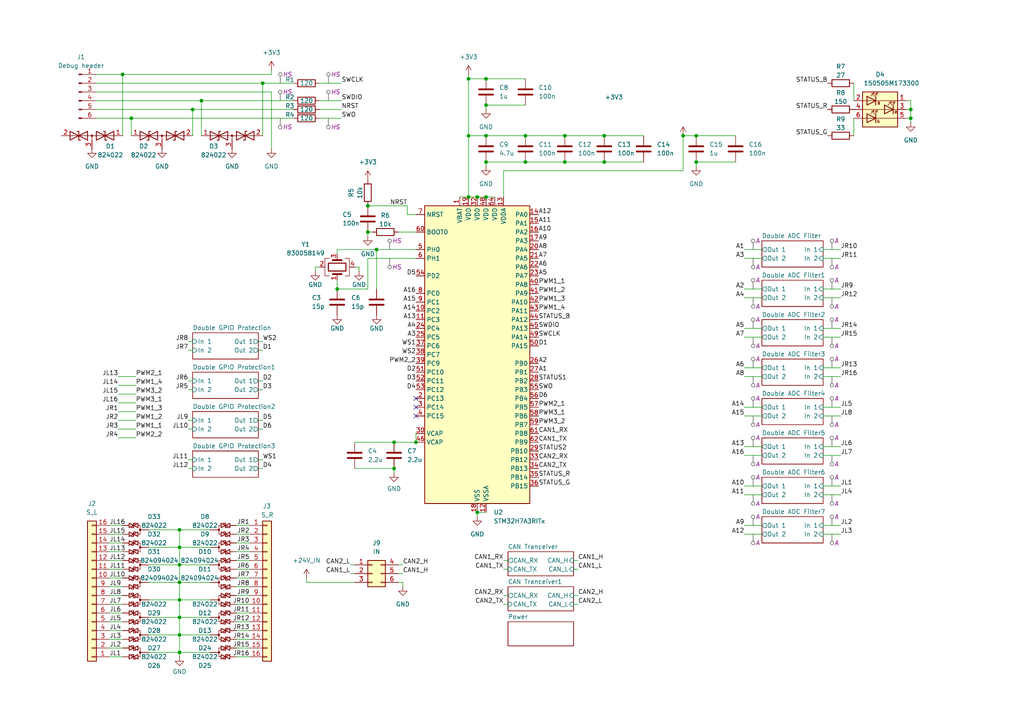
<source format=kicad_sch>
(kicad_sch
	(version 20231120)
	(generator "eeschema")
	(generator_version "8.0")
	(uuid "246a9f42-3cf4-4642-8fd8-5f1a4f99e98a")
	(paper "A4")
	
	(junction
		(at 175.26 46.99)
		(diameter 0)
		(color 0 0 0 0)
		(uuid "0faedb7e-e51b-48da-8bd5-025b23142d1c")
	)
	(junction
		(at 140.97 22.86)
		(diameter 0)
		(color 0 0 0 0)
		(uuid "13454fb4-5f89-4f6a-b18a-eab21014b15c")
	)
	(junction
		(at 175.26 39.37)
		(diameter 0)
		(color 0 0 0 0)
		(uuid "1a6a7547-d86e-4222-b743-33a9f3d82880")
	)
	(junction
		(at 163.83 46.99)
		(diameter 0)
		(color 0 0 0 0)
		(uuid "1a762ff9-8106-48dd-84f4-aae6afbae880")
	)
	(junction
		(at 138.43 148.59)
		(diameter 0)
		(color 0 0 0 0)
		(uuid "1fba0929-f8b9-421a-bc96-66efa46fcee7")
	)
	(junction
		(at 52.07 168.91)
		(diameter 0)
		(color 0 0 0 0)
		(uuid "23b7be04-5c68-4516-868c-8b71fe625f89")
	)
	(junction
		(at 201.93 46.99)
		(diameter 0)
		(color 0 0 0 0)
		(uuid "335df04d-0da4-403a-baad-635138b9b863")
	)
	(junction
		(at 97.79 83.82)
		(diameter 0)
		(color 0 0 0 0)
		(uuid "3bd341a6-e697-4382-8273-d889cde3b026")
	)
	(junction
		(at 198.12 39.37)
		(diameter 0)
		(color 0 0 0 0)
		(uuid "418fbf72-7fe7-4362-b339-9faac9196e49")
	)
	(junction
		(at 52.07 173.99)
		(diameter 0)
		(color 0 0 0 0)
		(uuid "52e1e509-07c2-413b-a9d6-7e9af1b7234c")
	)
	(junction
		(at 106.68 67.31)
		(diameter 0)
		(color 0 0 0 0)
		(uuid "583ea58c-3c4e-43a8-983c-0ef8a0e57e7f")
	)
	(junction
		(at 52.07 184.15)
		(diameter 0)
		(color 0 0 0 0)
		(uuid "5a495e8d-d559-4208-bc20-e1c29e95f13a")
	)
	(junction
		(at 264.16 34.29)
		(diameter 0)
		(color 0 0 0 0)
		(uuid "5eb79890-9b66-4a04-865c-56efe72ed92e")
	)
	(junction
		(at 152.4 39.37)
		(diameter 0)
		(color 0 0 0 0)
		(uuid "61ef05ba-1142-4079-beef-ecae7587b20e")
	)
	(junction
		(at 138.43 57.15)
		(diameter 0)
		(color 0 0 0 0)
		(uuid "63e3cc6a-c379-4c8e-823b-f48ff7360d5e")
	)
	(junction
		(at 140.97 46.99)
		(diameter 0)
		(color 0 0 0 0)
		(uuid "6ee88629-c5f7-4320-aeca-eb6d11cd4764")
	)
	(junction
		(at 135.89 39.37)
		(diameter 0)
		(color 0 0 0 0)
		(uuid "730746cf-2063-4d5d-b9e9-58b696d2d2c2")
	)
	(junction
		(at 140.97 30.48)
		(diameter 0)
		(color 0 0 0 0)
		(uuid "7459708b-7214-4244-8037-5ea7b275b617")
	)
	(junction
		(at 52.07 179.07)
		(diameter 0)
		(color 0 0 0 0)
		(uuid "7e5c391d-4bea-4d07-8cd2-411b916fbb4f")
	)
	(junction
		(at 152.4 46.99)
		(diameter 0)
		(color 0 0 0 0)
		(uuid "80a441f7-0d65-49d5-8d5f-1d4928872c19")
	)
	(junction
		(at 114.3 128.27)
		(diameter 0)
		(color 0 0 0 0)
		(uuid "8d57a956-ebb2-4a05-877b-efffffe2b3a8")
	)
	(junction
		(at 38.1 34.29)
		(diameter 0)
		(color 0 0 0 0)
		(uuid "8edd2698-ff2a-44c5-9304-e5fbc2c965d9")
	)
	(junction
		(at 135.89 57.15)
		(diameter 0)
		(color 0 0 0 0)
		(uuid "927ac146-d17f-48e6-a1b1-24c45689ca84")
	)
	(junction
		(at 264.16 31.75)
		(diameter 0)
		(color 0 0 0 0)
		(uuid "9360b0ce-e82d-4241-8108-ce2f09b1d482")
	)
	(junction
		(at 114.3 135.89)
		(diameter 0)
		(color 0 0 0 0)
		(uuid "96a78eec-d89b-446a-9d22-f333dfcd3a65")
	)
	(junction
		(at 140.97 39.37)
		(diameter 0)
		(color 0 0 0 0)
		(uuid "9938d9cd-4316-4a9c-aac1-2ca4e20d4f3a")
	)
	(junction
		(at 140.97 57.15)
		(diameter 0)
		(color 0 0 0 0)
		(uuid "ab0c9d3a-e379-4ff3-908b-8a82ee094102")
	)
	(junction
		(at 52.07 189.23)
		(diameter 0)
		(color 0 0 0 0)
		(uuid "ab6b5d88-860f-4bee-aa37-bdb154965dd2")
	)
	(junction
		(at 109.22 72.39)
		(diameter 0)
		(color 0 0 0 0)
		(uuid "af84501c-e6af-469a-939a-244d9a11864c")
	)
	(junction
		(at 163.83 39.37)
		(diameter 0)
		(color 0 0 0 0)
		(uuid "b0e8a799-3601-4749-a55c-248820c7677f")
	)
	(junction
		(at 106.68 59.69)
		(diameter 0)
		(color 0 0 0 0)
		(uuid "b1f9304b-911e-4216-bc44-2e5159140188")
	)
	(junction
		(at 135.89 22.86)
		(diameter 0)
		(color 0 0 0 0)
		(uuid "b5e6c25a-9f70-4eae-ac1d-c9cff15c522a")
	)
	(junction
		(at 52.07 163.83)
		(diameter 0)
		(color 0 0 0 0)
		(uuid "c9265e65-f904-4b21-8600-5cc88af2d39c")
	)
	(junction
		(at 52.07 153.67)
		(diameter 0)
		(color 0 0 0 0)
		(uuid "cf6eb0b8-9a3a-474c-ba2f-13fd8def0f60")
	)
	(junction
		(at 201.93 39.37)
		(diameter 0)
		(color 0 0 0 0)
		(uuid "d4de8891-e98c-47a3-84d1-0e55a4fed3c0")
	)
	(junction
		(at 35.56 21.59)
		(diameter 0)
		(color 0 0 0 0)
		(uuid "d8494cb9-6f49-4fef-bc9f-1ab01fdbb0a2")
	)
	(junction
		(at 120.65 128.27)
		(diameter 0)
		(color 0 0 0 0)
		(uuid "d9f081b5-a1c5-4d61-95e7-727613abb1e6")
	)
	(junction
		(at 58.42 29.21)
		(diameter 0)
		(color 0 0 0 0)
		(uuid "e60e70f5-7c68-49c4-afb0-d48e52b24717")
	)
	(junction
		(at 52.07 158.75)
		(diameter 0)
		(color 0 0 0 0)
		(uuid "ebd4f223-5382-429d-88b0-bfe577729178")
	)
	(junction
		(at 55.88 31.75)
		(diameter 0)
		(color 0 0 0 0)
		(uuid "f16fb3e7-6632-467a-ae51-e9b2b11712c0")
	)
	(junction
		(at 76.2 24.13)
		(diameter 0)
		(color 0 0 0 0)
		(uuid "f63c9309-2913-446e-8f26-b9b3dcfd7a63")
	)
	(no_connect
		(at 120.65 118.11)
		(uuid "34880119-e493-43f2-a6b2-72302f62cd78")
	)
	(no_connect
		(at 120.65 115.57)
		(uuid "f0296db4-27fb-43f5-be7d-df1108e4426e")
	)
	(no_connect
		(at 120.65 120.65)
		(uuid "fc2b6ed5-c232-4164-a227-8c471f13453e")
	)
	(wire
		(pts
			(xy 138.43 57.15) (xy 140.97 57.15)
		)
		(stroke
			(width 0)
			(type default)
		)
		(uuid "00c3f738-bf4c-4f5f-b968-c271d45dc3a4")
	)
	(wire
		(pts
			(xy 76.2 124.46) (xy 74.93 124.46)
		)
		(stroke
			(width 0)
			(type default)
		)
		(uuid "02c03285-7269-4e66-9f32-68dc0be415e9")
	)
	(wire
		(pts
			(xy 88.9 168.91) (xy 102.87 168.91)
		)
		(stroke
			(width 0)
			(type default)
		)
		(uuid "02e51f05-7118-489c-aef9-57d19d058f77")
	)
	(wire
		(pts
			(xy 52.07 179.07) (xy 52.07 184.15)
		)
		(stroke
			(width 0)
			(type default)
		)
		(uuid "0303d9a7-cdd9-4d63-b2aa-fe4f7e7ea423")
	)
	(wire
		(pts
			(xy 52.07 168.91) (xy 52.07 173.99)
		)
		(stroke
			(width 0)
			(type default)
		)
		(uuid "034eb1cc-3d05-4629-9ae4-4c965b9dfe1c")
	)
	(wire
		(pts
			(xy 264.16 31.75) (xy 264.16 34.29)
		)
		(stroke
			(width 0)
			(type default)
		)
		(uuid "03e863bb-f3c4-473c-bcd4-7782986c2ec5")
	)
	(wire
		(pts
			(xy 27.94 24.13) (xy 76.2 24.13)
		)
		(stroke
			(width 0)
			(type default)
		)
		(uuid "03ea955e-5bd9-43ae-8f2c-99f4e66cbacf")
	)
	(wire
		(pts
			(xy 238.76 109.22) (xy 243.84 109.22)
		)
		(stroke
			(width 0)
			(type default)
		)
		(uuid "046a9763-9a61-44d0-ab52-302689d54e11")
	)
	(wire
		(pts
			(xy 52.07 163.83) (xy 60.96 163.83)
		)
		(stroke
			(width 0)
			(type default)
		)
		(uuid "050a2432-1a86-45d8-ba1a-01f2b3da46db")
	)
	(wire
		(pts
			(xy 215.9 74.93) (xy 220.98 74.93)
		)
		(stroke
			(width 0)
			(type default)
		)
		(uuid "07019a9f-2a2e-49d0-b2ef-c049821c1410")
	)
	(wire
		(pts
			(xy 116.84 168.91) (xy 115.57 168.91)
		)
		(stroke
			(width 0)
			(type default)
		)
		(uuid "09643cf9-333b-4ecd-9673-e5039a71d6a6")
	)
	(wire
		(pts
			(xy 140.97 31.75) (xy 140.97 30.48)
		)
		(stroke
			(width 0)
			(type default)
		)
		(uuid "0c91e935-7c35-4ba0-a0b9-5beea7481d62")
	)
	(wire
		(pts
			(xy 43.18 163.83) (xy 52.07 163.83)
		)
		(stroke
			(width 0)
			(type default)
		)
		(uuid "0dad2b87-a28c-4cef-b693-980911acde13")
	)
	(wire
		(pts
			(xy 264.16 29.21) (xy 264.16 31.75)
		)
		(stroke
			(width 0)
			(type default)
		)
		(uuid "0ef91f87-b005-41d4-9291-9b0c31dea7b3")
	)
	(wire
		(pts
			(xy 135.89 57.15) (xy 138.43 57.15)
		)
		(stroke
			(width 0)
			(type default)
		)
		(uuid "0f1aaa8e-dea1-479f-abf2-070144b046c0")
	)
	(wire
		(pts
			(xy 97.79 72.39) (xy 109.22 72.39)
		)
		(stroke
			(width 0)
			(type default)
		)
		(uuid "106b7e8b-fd1a-4f46-8138-58d328fcabdf")
	)
	(wire
		(pts
			(xy 43.18 173.99) (xy 52.07 173.99)
		)
		(stroke
			(width 0)
			(type default)
		)
		(uuid "11fb9953-585f-4ec6-80de-2536179df06d")
	)
	(wire
		(pts
			(xy 107.95 67.31) (xy 106.68 67.31)
		)
		(stroke
			(width 0)
			(type default)
		)
		(uuid "136b25e0-1107-4118-8123-5a58a290dfef")
	)
	(wire
		(pts
			(xy 35.56 172.72) (xy 31.75 172.72)
		)
		(stroke
			(width 0)
			(type default)
		)
		(uuid "13aaac1d-a492-45d3-911c-7fce28cfa8d4")
	)
	(wire
		(pts
			(xy 109.22 72.39) (xy 109.22 83.82)
		)
		(stroke
			(width 0)
			(type default)
		)
		(uuid "17c30180-52bd-416a-95ab-6b50205ca129")
	)
	(wire
		(pts
			(xy 215.9 140.97) (xy 220.98 140.97)
		)
		(stroke
			(width 0)
			(type default)
		)
		(uuid "193c0b37-6765-4765-991a-614e4c170a1f")
	)
	(wire
		(pts
			(xy 106.68 59.69) (xy 118.11 59.69)
		)
		(stroke
			(width 0)
			(type default)
		)
		(uuid "1a4bbbc4-883f-4f82-9bda-429b26e0f109")
	)
	(wire
		(pts
			(xy 118.11 62.23) (xy 120.65 62.23)
		)
		(stroke
			(width 0)
			(type default)
		)
		(uuid "1ac14a14-157c-44e7-8281-0c53559e315c")
	)
	(wire
		(pts
			(xy 68.58 162.56) (xy 72.39 162.56)
		)
		(stroke
			(width 0)
			(type default)
		)
		(uuid "1b9550ed-cabf-497e-b031-055ea8245d6a")
	)
	(wire
		(pts
			(xy 35.56 182.88) (xy 31.75 182.88)
		)
		(stroke
			(width 0)
			(type default)
		)
		(uuid "1cbdc3bd-06be-4ae9-a8ec-31d13405ecc2")
	)
	(wire
		(pts
			(xy 135.89 22.86) (xy 140.97 22.86)
		)
		(stroke
			(width 0)
			(type default)
		)
		(uuid "1d91dd9d-6e4c-4cd1-892d-047dfaffd2c5")
	)
	(wire
		(pts
			(xy 35.56 175.26) (xy 31.75 175.26)
		)
		(stroke
			(width 0)
			(type default)
		)
		(uuid "1de68078-e6ee-4922-afb9-d07ea2995d2e")
	)
	(wire
		(pts
			(xy 99.06 31.75) (xy 92.71 31.75)
		)
		(stroke
			(width 0)
			(type default)
		)
		(uuid "1e5686b1-e252-4b83-b17a-2a6e70e41ebd")
	)
	(wire
		(pts
			(xy 116.84 170.18) (xy 116.84 168.91)
		)
		(stroke
			(width 0)
			(type default)
		)
		(uuid "1fcf5cff-82c3-47de-a645-8871f29d9e99")
	)
	(wire
		(pts
			(xy 54.61 110.49) (xy 55.88 110.49)
		)
		(stroke
			(width 0)
			(type default)
		)
		(uuid "21ec9914-50de-4829-87c8-6abef0833a7f")
	)
	(wire
		(pts
			(xy 78.74 43.18) (xy 78.74 26.67)
		)
		(stroke
			(width 0)
			(type default)
		)
		(uuid "220af1a0-8d8c-4df9-8756-4f37ba351685")
	)
	(wire
		(pts
			(xy 35.56 190.5) (xy 31.75 190.5)
		)
		(stroke
			(width 0)
			(type default)
		)
		(uuid "22aa4bc2-fcc7-47eb-bbe4-9c28cdc79ce5")
	)
	(wire
		(pts
			(xy 52.07 158.75) (xy 52.07 163.83)
		)
		(stroke
			(width 0)
			(type default)
		)
		(uuid "252393ce-6cf2-49db-9cc4-ef4598708c8a")
	)
	(wire
		(pts
			(xy 76.2 99.06) (xy 74.93 99.06)
		)
		(stroke
			(width 0)
			(type default)
		)
		(uuid "289bfa10-7205-47f0-9c63-639befda4eae")
	)
	(wire
		(pts
			(xy 68.58 182.88) (xy 72.39 182.88)
		)
		(stroke
			(width 0)
			(type default)
		)
		(uuid "2bf5cf48-e802-40fb-9875-afbcbbe7ce17")
	)
	(wire
		(pts
			(xy 215.9 109.22) (xy 220.98 109.22)
		)
		(stroke
			(width 0)
			(type default)
		)
		(uuid "2d8f8933-7cdd-42a6-b454-cd208c51236c")
	)
	(wire
		(pts
			(xy 175.26 46.99) (xy 186.69 46.99)
		)
		(stroke
			(width 0)
			(type default)
		)
		(uuid "2f4e5d47-367b-42ae-ba4d-9fcc1012c3de")
	)
	(wire
		(pts
			(xy 140.97 46.99) (xy 152.4 46.99)
		)
		(stroke
			(width 0)
			(type default)
		)
		(uuid "2f506071-9a44-4e48-ac76-84c9ee7d9730")
	)
	(wire
		(pts
			(xy 140.97 48.26) (xy 140.97 46.99)
		)
		(stroke
			(width 0)
			(type default)
		)
		(uuid "2fd8fc58-628c-40ce-bd40-4482fad2134f")
	)
	(wire
		(pts
			(xy 135.89 39.37) (xy 135.89 57.15)
		)
		(stroke
			(width 0)
			(type default)
		)
		(uuid "319e8e65-d0b2-4966-9880-27fca007045c")
	)
	(wire
		(pts
			(xy 114.3 137.16) (xy 114.3 135.89)
		)
		(stroke
			(width 0)
			(type default)
		)
		(uuid "3256622b-f4d0-45c0-a3d2-81698764a22d")
	)
	(wire
		(pts
			(xy 104.14 78.74) (xy 104.14 77.47)
		)
		(stroke
			(width 0)
			(type default)
		)
		(uuid "32879dfa-8f70-47fe-888e-0f8c9f7909f1")
	)
	(wire
		(pts
			(xy 68.58 172.72) (xy 72.39 172.72)
		)
		(stroke
			(width 0)
			(type default)
		)
		(uuid "349a9aee-6235-44fb-bc34-786ea4d753d8")
	)
	(wire
		(pts
			(xy 68.58 180.34) (xy 72.39 180.34)
		)
		(stroke
			(width 0)
			(type default)
		)
		(uuid "34cc20c1-2da5-4078-83b1-bfafdaadacc2")
	)
	(wire
		(pts
			(xy 146.05 49.53) (xy 146.05 57.15)
		)
		(stroke
			(width 0)
			(type default)
		)
		(uuid "34e3f1f1-2741-4dfa-af9f-c112bd474a87")
	)
	(wire
		(pts
			(xy 264.16 35.56) (xy 264.16 34.29)
		)
		(stroke
			(width 0)
			(type default)
		)
		(uuid "38a6d3bc-4ee0-4030-93d9-bf9ebfdc0db5")
	)
	(wire
		(pts
			(xy 99.06 34.29) (xy 92.71 34.29)
		)
		(stroke
			(width 0)
			(type default)
		)
		(uuid "3abf7b10-08a7-4c3a-b7bb-b15324f2507e")
	)
	(wire
		(pts
			(xy 52.07 173.99) (xy 60.96 173.99)
		)
		(stroke
			(width 0)
			(type default)
		)
		(uuid "3b38b533-37ae-4fcd-8c65-e866283e8b49")
	)
	(wire
		(pts
			(xy 99.06 29.21) (xy 92.71 29.21)
		)
		(stroke
			(width 0)
			(type default)
		)
		(uuid "3baddbc1-a075-4cea-bd14-aa6bd337112d")
	)
	(wire
		(pts
			(xy 54.61 124.46) (xy 55.88 124.46)
		)
		(stroke
			(width 0)
			(type default)
		)
		(uuid "3c4b256e-33a1-4289-8d4e-ed38ddde4477")
	)
	(wire
		(pts
			(xy 102.87 135.89) (xy 114.3 135.89)
		)
		(stroke
			(width 0)
			(type default)
		)
		(uuid "3d1479cd-ec76-4a04-8d4a-27b1bdb3a5ec")
	)
	(wire
		(pts
			(xy 68.58 170.18) (xy 72.39 170.18)
		)
		(stroke
			(width 0)
			(type default)
		)
		(uuid "3d69579b-6a03-4220-9735-861046ab3d8e")
	)
	(wire
		(pts
			(xy 68.58 167.64) (xy 72.39 167.64)
		)
		(stroke
			(width 0)
			(type default)
		)
		(uuid "3ebcc135-7723-4fba-a462-8de7c8ec416a")
	)
	(wire
		(pts
			(xy 264.16 29.21) (xy 262.89 29.21)
		)
		(stroke
			(width 0)
			(type default)
		)
		(uuid "3f98c0b4-5f38-4d2f-93a7-ba4b9193cf2c")
	)
	(wire
		(pts
			(xy 52.07 153.67) (xy 52.07 158.75)
		)
		(stroke
			(width 0)
			(type default)
		)
		(uuid "43c97b2f-c150-430a-b364-5cc9c1d03af7")
	)
	(wire
		(pts
			(xy 166.37 165.1) (xy 167.64 165.1)
		)
		(stroke
			(width 0)
			(type default)
		)
		(uuid "441334e1-2272-4037-ac0c-890e6952a4e4")
	)
	(wire
		(pts
			(xy 215.9 154.94) (xy 220.98 154.94)
		)
		(stroke
			(width 0)
			(type default)
		)
		(uuid "45bf284a-535b-4ec9-ae60-c66f9812b72a")
	)
	(wire
		(pts
			(xy 215.9 106.68) (xy 220.98 106.68)
		)
		(stroke
			(width 0)
			(type default)
		)
		(uuid "46975ee1-51b3-4808-b99c-66e549cce586")
	)
	(wire
		(pts
			(xy 140.97 39.37) (xy 152.4 39.37)
		)
		(stroke
			(width 0)
			(type default)
		)
		(uuid "4a3ddc6d-f97f-4e4d-84a7-65c21555086c")
	)
	(wire
		(pts
			(xy 138.43 148.59) (xy 140.97 148.59)
		)
		(stroke
			(width 0)
			(type default)
		)
		(uuid "4a86957c-77a0-4ce8-bf18-bf0396316997")
	)
	(wire
		(pts
			(xy 101.6 166.37) (xy 102.87 166.37)
		)
		(stroke
			(width 0)
			(type default)
		)
		(uuid "4a949536-b2bc-4b6d-b764-4ccd9f588ec5")
	)
	(wire
		(pts
			(xy 264.16 34.29) (xy 262.89 34.29)
		)
		(stroke
			(width 0)
			(type default)
		)
		(uuid "4aac2683-5ed4-46cc-8453-081a1ac1680b")
	)
	(wire
		(pts
			(xy 175.26 39.37) (xy 186.69 39.37)
		)
		(stroke
			(width 0)
			(type default)
		)
		(uuid "4ad69155-d851-4b9f-b769-fc6449b5ea3b")
	)
	(wire
		(pts
			(xy 76.2 101.6) (xy 74.93 101.6)
		)
		(stroke
			(width 0)
			(type default)
		)
		(uuid "4bb77cb6-1ef3-49ae-88a3-db535bd5a2a3")
	)
	(wire
		(pts
			(xy 27.94 31.75) (xy 55.88 31.75)
		)
		(stroke
			(width 0)
			(type default)
		)
		(uuid "4d4bceb5-f819-40a8-8953-d931043aacd5")
	)
	(wire
		(pts
			(xy 34.29 111.76) (xy 39.37 111.76)
		)
		(stroke
			(width 0)
			(type default)
		)
		(uuid "4e90c772-132d-46b1-9761-2437cf469a96")
	)
	(wire
		(pts
			(xy 38.1 34.29) (xy 85.09 34.29)
		)
		(stroke
			(width 0)
			(type default)
		)
		(uuid "4eff0188-7af9-4831-93d1-594d41120b2c")
	)
	(wire
		(pts
			(xy 35.56 185.42) (xy 31.75 185.42)
		)
		(stroke
			(width 0)
			(type default)
		)
		(uuid "4f8baabf-a748-42f9-94b0-7b7ecf887bd7")
	)
	(wire
		(pts
			(xy 76.2 39.37) (xy 76.2 24.13)
		)
		(stroke
			(width 0)
			(type default)
		)
		(uuid "4fb98932-37d3-4ca5-b8f9-537e7b97919e")
	)
	(wire
		(pts
			(xy 146.05 172.72) (xy 147.32 172.72)
		)
		(stroke
			(width 0)
			(type default)
		)
		(uuid "54ff6277-d108-4c57-b38b-3be6b142ecd0")
	)
	(wire
		(pts
			(xy 97.79 83.82) (xy 97.79 81.28)
		)
		(stroke
			(width 0)
			(type default)
		)
		(uuid "55012540-e0d1-49fe-803e-43ed943432f8")
	)
	(wire
		(pts
			(xy 52.07 184.15) (xy 60.96 184.15)
		)
		(stroke
			(width 0)
			(type default)
		)
		(uuid "5d5e3750-e898-4850-b150-63cd526c176d")
	)
	(wire
		(pts
			(xy 115.57 67.31) (xy 120.65 67.31)
		)
		(stroke
			(width 0)
			(type default)
		)
		(uuid "5dc8ccb6-b380-481a-86fd-234533b3763b")
	)
	(wire
		(pts
			(xy 238.76 118.11) (xy 243.84 118.11)
		)
		(stroke
			(width 0)
			(type default)
		)
		(uuid "5ed822f9-eda1-4128-a33b-27d5b0ac4d39")
	)
	(wire
		(pts
			(xy 35.56 157.48) (xy 31.75 157.48)
		)
		(stroke
			(width 0)
			(type default)
		)
		(uuid "604be9eb-ac6e-43ef-90d5-2ba4f388dc9f")
	)
	(wire
		(pts
			(xy 68.58 185.42) (xy 72.39 185.42)
		)
		(stroke
			(width 0)
			(type default)
		)
		(uuid "62a7ea53-6102-441f-b8c2-4dfa0f51aefc")
	)
	(wire
		(pts
			(xy 118.11 59.69) (xy 118.11 62.23)
		)
		(stroke
			(width 0)
			(type default)
		)
		(uuid "62a8c19c-6239-49bb-818b-d4210c55ae2f")
	)
	(wire
		(pts
			(xy 34.29 114.3) (xy 39.37 114.3)
		)
		(stroke
			(width 0)
			(type default)
		)
		(uuid "6395668c-d00a-4ab1-92e4-e1b116493d87")
	)
	(wire
		(pts
			(xy 238.76 152.4) (xy 243.84 152.4)
		)
		(stroke
			(width 0)
			(type default)
		)
		(uuid "6469f810-3b99-4129-a56d-7f3d8c25572f")
	)
	(wire
		(pts
			(xy 152.4 46.99) (xy 163.83 46.99)
		)
		(stroke
			(width 0)
			(type default)
		)
		(uuid "65448fd7-81f0-497b-953b-966e3eae7d71")
	)
	(wire
		(pts
			(xy 35.56 154.94) (xy 31.75 154.94)
		)
		(stroke
			(width 0)
			(type default)
		)
		(uuid "67fff605-4247-42bf-ac0e-cb05c0ef5308")
	)
	(wire
		(pts
			(xy 35.56 152.4) (xy 31.75 152.4)
		)
		(stroke
			(width 0)
			(type default)
		)
		(uuid "684d6043-d1f4-4fb4-8b5a-712116e538cc")
	)
	(wire
		(pts
			(xy 166.37 162.56) (xy 167.64 162.56)
		)
		(stroke
			(width 0)
			(type default)
		)
		(uuid "68982d33-3348-4293-af2d-00d2bf87c31c")
	)
	(wire
		(pts
			(xy 54.61 133.35) (xy 55.88 133.35)
		)
		(stroke
			(width 0)
			(type default)
		)
		(uuid "6967dab9-ba0f-47fa-855b-81615c3e18c1")
	)
	(wire
		(pts
			(xy 68.58 187.96) (xy 72.39 187.96)
		)
		(stroke
			(width 0)
			(type default)
		)
		(uuid "6c123143-d547-43c7-b532-11fdef114118")
	)
	(wire
		(pts
			(xy 163.83 39.37) (xy 175.26 39.37)
		)
		(stroke
			(width 0)
			(type default)
		)
		(uuid "6cbb2ae6-6394-4ff1-8b84-21e211ea8033")
	)
	(wire
		(pts
			(xy 78.74 21.59) (xy 35.56 21.59)
		)
		(stroke
			(width 0)
			(type default)
		)
		(uuid "7068abdf-11e6-40a5-8c03-913a9098550e")
	)
	(wire
		(pts
			(xy 146.05 162.56) (xy 147.32 162.56)
		)
		(stroke
			(width 0)
			(type default)
		)
		(uuid "70ce3814-2cff-48a0-bac0-a42e75589f7c")
	)
	(wire
		(pts
			(xy 52.07 189.23) (xy 60.96 189.23)
		)
		(stroke
			(width 0)
			(type default)
		)
		(uuid "71914898-0ba2-4404-89de-df20052ef202")
	)
	(wire
		(pts
			(xy 215.9 83.82) (xy 220.98 83.82)
		)
		(stroke
			(width 0)
			(type default)
		)
		(uuid "72ac8ac3-2ee2-4a8f-89be-619749f2f6bb")
	)
	(wire
		(pts
			(xy 43.18 179.07) (xy 52.07 179.07)
		)
		(stroke
			(width 0)
			(type default)
		)
		(uuid "72b08ba6-cceb-4121-b855-85b9c3ec16ab")
	)
	(wire
		(pts
			(xy 52.07 179.07) (xy 60.96 179.07)
		)
		(stroke
			(width 0)
			(type default)
		)
		(uuid "730a5782-efd0-49ce-93b3-9d85d0f5cde7")
	)
	(wire
		(pts
			(xy 76.2 110.49) (xy 74.93 110.49)
		)
		(stroke
			(width 0)
			(type default)
		)
		(uuid "73627e11-9c8b-4ee1-b325-43f6b4d13590")
	)
	(wire
		(pts
			(xy 116.84 163.83) (xy 115.57 163.83)
		)
		(stroke
			(width 0)
			(type default)
		)
		(uuid "73f4ff9b-7227-4add-9ba1-b9db6cdaeeee")
	)
	(wire
		(pts
			(xy 54.61 121.92) (xy 55.88 121.92)
		)
		(stroke
			(width 0)
			(type default)
		)
		(uuid "7445cc10-d40e-4bd6-93af-4dc1af630744")
	)
	(wire
		(pts
			(xy 35.56 165.1) (xy 31.75 165.1)
		)
		(stroke
			(width 0)
			(type default)
		)
		(uuid "7490a687-d148-4bbd-b8b5-79167fe0aa65")
	)
	(wire
		(pts
			(xy 35.56 21.59) (xy 35.56 39.37)
		)
		(stroke
			(width 0)
			(type default)
		)
		(uuid "752ab649-50ea-4ab7-bd3c-6ac87f543645")
	)
	(wire
		(pts
			(xy 238.76 120.65) (xy 243.84 120.65)
		)
		(stroke
			(width 0)
			(type default)
		)
		(uuid "762ccc46-2002-452a-9df6-c8d370519e2b")
	)
	(wire
		(pts
			(xy 215.9 143.51) (xy 220.98 143.51)
		)
		(stroke
			(width 0)
			(type default)
		)
		(uuid "795f31da-483c-4a8b-bc58-8dbc40bdb323")
	)
	(wire
		(pts
			(xy 54.61 135.89) (xy 55.88 135.89)
		)
		(stroke
			(width 0)
			(type default)
		)
		(uuid "79dffb39-7b41-4f96-ac2d-68acb3a2d83a")
	)
	(wire
		(pts
			(xy 52.07 163.83) (xy 52.07 168.91)
		)
		(stroke
			(width 0)
			(type default)
		)
		(uuid "7c8660a1-be9d-45c9-9c4a-74604763d2f0")
	)
	(wire
		(pts
			(xy 68.58 152.4) (xy 72.39 152.4)
		)
		(stroke
			(width 0)
			(type default)
		)
		(uuid "7d70ea47-6abf-44a1-9a41-caac30d6178e")
	)
	(wire
		(pts
			(xy 135.89 39.37) (xy 140.97 39.37)
		)
		(stroke
			(width 0)
			(type default)
		)
		(uuid "80583bc6-a3de-44ce-8e05-2f0143343034")
	)
	(wire
		(pts
			(xy 198.12 39.37) (xy 201.93 39.37)
		)
		(stroke
			(width 0)
			(type default)
		)
		(uuid "81448d5b-dfec-4dd6-9703-b8e7bc0d6968")
	)
	(wire
		(pts
			(xy 215.9 97.79) (xy 220.98 97.79)
		)
		(stroke
			(width 0)
			(type default)
		)
		(uuid "81cdd66b-ac50-4c22-8442-84ce470b011d")
	)
	(wire
		(pts
			(xy 215.9 118.11) (xy 220.98 118.11)
		)
		(stroke
			(width 0)
			(type default)
		)
		(uuid "83c93ef7-e0ed-4405-bfd3-8a16d8c484bf")
	)
	(wire
		(pts
			(xy 52.07 189.23) (xy 52.07 190.5)
		)
		(stroke
			(width 0)
			(type default)
		)
		(uuid "83de6e92-5679-415c-bdc3-a3af216732b0")
	)
	(wire
		(pts
			(xy 43.18 158.75) (xy 52.07 158.75)
		)
		(stroke
			(width 0)
			(type default)
		)
		(uuid "83ec5488-fd6d-4500-9382-f1c9933ce37c")
	)
	(wire
		(pts
			(xy 215.9 152.4) (xy 220.98 152.4)
		)
		(stroke
			(width 0)
			(type default)
		)
		(uuid "868fd2cf-5015-4d5c-88aa-7feecce7fce4")
	)
	(wire
		(pts
			(xy 55.88 31.75) (xy 55.88 39.37)
		)
		(stroke
			(width 0)
			(type default)
		)
		(uuid "86f7d94b-d59e-44e2-8748-6e667f4aef64")
	)
	(wire
		(pts
			(xy 38.1 34.29) (xy 38.1 39.37)
		)
		(stroke
			(width 0)
			(type default)
		)
		(uuid "8749140a-9a28-472f-91fe-5493c58f3fec")
	)
	(wire
		(pts
			(xy 78.74 21.59) (xy 78.74 20.32)
		)
		(stroke
			(width 0)
			(type default)
		)
		(uuid "890723ea-bebb-439f-958d-a064d09aa7e1")
	)
	(wire
		(pts
			(xy 27.94 29.21) (xy 58.42 29.21)
		)
		(stroke
			(width 0)
			(type default)
		)
		(uuid "8a16a9d5-a8d0-41a3-adbe-a5c41b7ec656")
	)
	(wire
		(pts
			(xy 238.76 86.36) (xy 243.84 86.36)
		)
		(stroke
			(width 0)
			(type default)
		)
		(uuid "8b50ba3a-36d1-4fca-a044-476bf9c55a0e")
	)
	(wire
		(pts
			(xy 215.9 86.36) (xy 220.98 86.36)
		)
		(stroke
			(width 0)
			(type default)
		)
		(uuid "8e54bae6-310e-49df-b241-930d37c9dfbf")
	)
	(wire
		(pts
			(xy 68.58 160.02) (xy 72.39 160.02)
		)
		(stroke
			(width 0)
			(type default)
		)
		(uuid "8fdd6b36-f07a-4c7c-9f31-27bd6d2342ff")
	)
	(wire
		(pts
			(xy 163.83 46.99) (xy 175.26 46.99)
		)
		(stroke
			(width 0)
			(type default)
		)
		(uuid "96b0d394-0b88-45c1-8172-1431dd192851")
	)
	(wire
		(pts
			(xy 104.14 77.47) (xy 102.87 77.47)
		)
		(stroke
			(width 0)
			(type default)
		)
		(uuid "97d90ea5-9485-4e12-927b-8b686691137f")
	)
	(wire
		(pts
			(xy 238.76 72.39) (xy 243.84 72.39)
		)
		(stroke
			(width 0)
			(type default)
		)
		(uuid "9b43fe9f-0fa6-4f3a-bb06-6f7c0396d50b")
	)
	(wire
		(pts
			(xy 34.29 119.38) (xy 39.37 119.38)
		)
		(stroke
			(width 0)
			(type default)
		)
		(uuid "9c222faa-e0f6-4cc3-835e-cbf8bb625d81")
	)
	(wire
		(pts
			(xy 68.58 175.26) (xy 72.39 175.26)
		)
		(stroke
			(width 0)
			(type default)
		)
		(uuid "9e1f8b85-7eb5-403f-b3ab-27ff31019d3f")
	)
	(wire
		(pts
			(xy 35.56 187.96) (xy 31.75 187.96)
		)
		(stroke
			(width 0)
			(type default)
		)
		(uuid "9f0a2609-5353-4c0c-a8ce-5203e4952f1a")
	)
	(wire
		(pts
			(xy 238.76 106.68) (xy 243.84 106.68)
		)
		(stroke
			(width 0)
			(type default)
		)
		(uuid "9f33ddaa-2e7e-4540-b4cb-9f80b3769576")
	)
	(wire
		(pts
			(xy 74.93 133.35) (xy 76.2 133.35)
		)
		(stroke
			(width 0)
			(type default)
		)
		(uuid "9f37bf6f-a3c8-4f77-9658-aa0114f771d2")
	)
	(wire
		(pts
			(xy 54.61 101.6) (xy 55.88 101.6)
		)
		(stroke
			(width 0)
			(type default)
		)
		(uuid "a02c86dc-a145-4ecd-a802-3080febbafee")
	)
	(wire
		(pts
			(xy 201.93 39.37) (xy 213.36 39.37)
		)
		(stroke
			(width 0)
			(type default)
		)
		(uuid "a11e87fc-d7eb-4d8c-94a3-a153d319a5b6")
	)
	(wire
		(pts
			(xy 35.56 21.59) (xy 27.94 21.59)
		)
		(stroke
			(width 0)
			(type default)
		)
		(uuid "a1adc057-6535-4793-8d8d-7c3137110326")
	)
	(wire
		(pts
			(xy 120.65 128.27) (xy 114.3 128.27)
		)
		(stroke
			(width 0)
			(type default)
		)
		(uuid "a374cc97-25dd-4c87-880b-3dd7be297b6e")
	)
	(wire
		(pts
			(xy 140.97 30.48) (xy 152.4 30.48)
		)
		(stroke
			(width 0)
			(type default)
		)
		(uuid "a45c0936-d61e-4288-9da7-30478b873d2d")
	)
	(wire
		(pts
			(xy 68.58 157.48) (xy 72.39 157.48)
		)
		(stroke
			(width 0)
			(type default)
		)
		(uuid "a5683189-69dd-453e-8098-d51185062a7c")
	)
	(wire
		(pts
			(xy 238.76 143.51) (xy 243.84 143.51)
		)
		(stroke
			(width 0)
			(type default)
		)
		(uuid "a7414dbe-241f-4952-96f9-d0e16962052d")
	)
	(wire
		(pts
			(xy 52.07 158.75) (xy 60.96 158.75)
		)
		(stroke
			(width 0)
			(type default)
		)
		(uuid "a8d1d868-1344-4d2a-a953-d212f01462d5")
	)
	(wire
		(pts
			(xy 201.93 48.26) (xy 201.93 46.99)
		)
		(stroke
			(width 0)
			(type default)
		)
		(uuid "aa4120b2-574b-4f0d-a6c9-f6d2a996df84")
	)
	(wire
		(pts
			(xy 116.84 166.37) (xy 115.57 166.37)
		)
		(stroke
			(width 0)
			(type default)
		)
		(uuid "aa84cfb4-0e65-4872-9a55-05689295f5ec")
	)
	(wire
		(pts
			(xy 166.37 175.26) (xy 167.64 175.26)
		)
		(stroke
			(width 0)
			(type default)
		)
		(uuid "ac8a55cc-d8f3-4eeb-a00e-b8d467b86c7f")
	)
	(wire
		(pts
			(xy 238.76 74.93) (xy 243.84 74.93)
		)
		(stroke
			(width 0)
			(type default)
		)
		(uuid "acf8058c-9b24-4649-bc0b-3ca5d3fc4126")
	)
	(wire
		(pts
			(xy 166.37 172.72) (xy 167.64 172.72)
		)
		(stroke
			(width 0)
			(type default)
		)
		(uuid "ae74f47d-71ff-4c89-84d0-becc91d000c5")
	)
	(wire
		(pts
			(xy 35.56 167.64) (xy 31.75 167.64)
		)
		(stroke
			(width 0)
			(type default)
		)
		(uuid "aed847a5-e945-4b29-af4b-a981064b473c")
	)
	(wire
		(pts
			(xy 55.88 31.75) (xy 85.09 31.75)
		)
		(stroke
			(width 0)
			(type default)
		)
		(uuid "b05434ab-d577-46e8-a801-a2c77f9984e9")
	)
	(wire
		(pts
			(xy 34.29 121.92) (xy 39.37 121.92)
		)
		(stroke
			(width 0)
			(type default)
		)
		(uuid "b1104d4b-bba9-4e09-b48d-383e8a864c05")
	)
	(wire
		(pts
			(xy 43.18 184.15) (xy 52.07 184.15)
		)
		(stroke
			(width 0)
			(type default)
		)
		(uuid "b12f461e-9723-431c-affd-b99fbc8e8426")
	)
	(wire
		(pts
			(xy 91.44 77.47) (xy 91.44 78.74)
		)
		(stroke
			(width 0)
			(type default)
		)
		(uuid "b17c6ac8-cf4d-4d6d-8cad-9643d8e7a227")
	)
	(wire
		(pts
			(xy 52.07 168.91) (xy 60.96 168.91)
		)
		(stroke
			(width 0)
			(type default)
		)
		(uuid "b3340d8e-a6d5-4752-8405-be3855bf2dca")
	)
	(wire
		(pts
			(xy 68.58 177.8) (xy 72.39 177.8)
		)
		(stroke
			(width 0)
			(type default)
		)
		(uuid "b4cca263-13b6-4139-8a4d-48cf62a928e3")
	)
	(wire
		(pts
			(xy 68.58 190.5) (xy 72.39 190.5)
		)
		(stroke
			(width 0)
			(type default)
		)
		(uuid "b4ed1bc8-bf43-40f0-9393-4cf4f283b3ec")
	)
	(wire
		(pts
			(xy 91.44 77.47) (xy 92.71 77.47)
		)
		(stroke
			(width 0)
			(type default)
		)
		(uuid "b5075339-4ce0-4208-916b-2031809f36f7")
	)
	(wire
		(pts
			(xy 35.56 177.8) (xy 31.75 177.8)
		)
		(stroke
			(width 0)
			(type default)
		)
		(uuid "b5137006-1994-49ef-848a-bee393b74352")
	)
	(wire
		(pts
			(xy 120.65 125.73) (xy 120.65 128.27)
		)
		(stroke
			(width 0)
			(type default)
		)
		(uuid "b53b8d91-fb81-4e3a-8522-2c577a5dac9f")
	)
	(wire
		(pts
			(xy 238.76 129.54) (xy 243.84 129.54)
		)
		(stroke
			(width 0)
			(type default)
		)
		(uuid "b6ad8054-77e2-4d88-8489-f4b7e52acf1c")
	)
	(wire
		(pts
			(xy 43.18 189.23) (xy 52.07 189.23)
		)
		(stroke
			(width 0)
			(type default)
		)
		(uuid "b80ef5e3-8155-4fe2-b22b-86672ca6b290")
	)
	(wire
		(pts
			(xy 215.9 129.54) (xy 220.98 129.54)
		)
		(stroke
			(width 0)
			(type default)
		)
		(uuid "ba806781-cf5d-46a8-9f32-5bf0f4d249d6")
	)
	(wire
		(pts
			(xy 238.76 154.94) (xy 243.84 154.94)
		)
		(stroke
			(width 0)
			(type default)
		)
		(uuid "bab79d67-f408-4b71-9cef-46860a763f65")
	)
	(wire
		(pts
			(xy 43.18 168.91) (xy 52.07 168.91)
		)
		(stroke
			(width 0)
			(type default)
		)
		(uuid "bc716928-2ac4-4f5c-8048-eddc63f8d43a")
	)
	(wire
		(pts
			(xy 34.29 124.46) (xy 39.37 124.46)
		)
		(stroke
			(width 0)
			(type default)
		)
		(uuid "bd23d700-fcfa-4992-bee1-db90f9af2d67")
	)
	(wire
		(pts
			(xy 120.65 74.93) (xy 106.68 74.93)
		)
		(stroke
			(width 0)
			(type default)
		)
		(uuid "bfc738d4-1aa9-45ec-b23a-293b4a9d1b1b")
	)
	(wire
		(pts
			(xy 58.42 29.21) (xy 85.09 29.21)
		)
		(stroke
			(width 0)
			(type default)
		)
		(uuid "c136fe36-f55b-4c57-93e8-23080a96af68")
	)
	(wire
		(pts
			(xy 54.61 99.06) (xy 55.88 99.06)
		)
		(stroke
			(width 0)
			(type default)
		)
		(uuid "c20838dd-6ad4-48d9-9ab0-8a3fd64d8d46")
	)
	(wire
		(pts
			(xy 135.89 22.86) (xy 135.89 39.37)
		)
		(stroke
			(width 0)
			(type default)
		)
		(uuid "c255969b-2052-4068-a320-f2f84adc0aa2")
	)
	(wire
		(pts
			(xy 138.43 149.86) (xy 138.43 148.59)
		)
		(stroke
			(width 0)
			(type default)
		)
		(uuid "c25f4a27-6c4f-435d-9652-ae5bb5ff0ba2")
	)
	(wire
		(pts
			(xy 215.9 95.25) (xy 220.98 95.25)
		)
		(stroke
			(width 0)
			(type default)
		)
		(uuid "c2a964c8-dc54-44d0-893a-1c45a25f3074")
	)
	(wire
		(pts
			(xy 76.2 24.13) (xy 85.09 24.13)
		)
		(stroke
			(width 0)
			(type default)
		)
		(uuid "c2dd9b1e-5f00-412b-8bf8-25d2de3fc324")
	)
	(wire
		(pts
			(xy 101.6 163.83) (xy 102.87 163.83)
		)
		(stroke
			(width 0)
			(type default)
		)
		(uuid "c6caca7e-b69f-4cbf-956c-650aaa9445d0")
	)
	(wire
		(pts
			(xy 262.89 31.75) (xy 264.16 31.75)
		)
		(stroke
			(width 0)
			(type default)
		)
		(uuid "c6e7eaf1-5c10-42b0-bf4b-2e55bb146523")
	)
	(wire
		(pts
			(xy 52.07 184.15) (xy 52.07 189.23)
		)
		(stroke
			(width 0)
			(type default)
		)
		(uuid "c6ea2468-393d-4391-be7f-8b15efe4f50e")
	)
	(wire
		(pts
			(xy 102.87 128.27) (xy 114.3 128.27)
		)
		(stroke
			(width 0)
			(type default)
		)
		(uuid "c87eb1ca-b1da-4803-82d8-0aec24c02de5")
	)
	(wire
		(pts
			(xy 58.42 29.21) (xy 58.42 39.37)
		)
		(stroke
			(width 0)
			(type default)
		)
		(uuid "c903b747-204e-4d45-b82c-7145e133791c")
	)
	(wire
		(pts
			(xy 97.79 73.66) (xy 97.79 72.39)
		)
		(stroke
			(width 0)
			(type default)
		)
		(uuid "c9839c65-7f9a-4815-a021-f99c2f5be2a9")
	)
	(wire
		(pts
			(xy 152.4 39.37) (xy 163.83 39.37)
		)
		(stroke
			(width 0)
			(type default)
		)
		(uuid "c98a6e3e-b773-45b0-86ba-f8d0fe0e52f4")
	)
	(wire
		(pts
			(xy 34.29 127) (xy 39.37 127)
		)
		(stroke
			(width 0)
			(type default)
		)
		(uuid "cc3f9be1-c96b-4bd8-aa5a-cc83deace68f")
	)
	(wire
		(pts
			(xy 146.05 49.53) (xy 198.12 49.53)
		)
		(stroke
			(width 0)
			(type default)
		)
		(uuid "cd82ef2b-f6e6-42de-adde-85d6bc284810")
	)
	(wire
		(pts
			(xy 78.74 26.67) (xy 27.94 26.67)
		)
		(stroke
			(width 0)
			(type default)
		)
		(uuid "cf1b5fed-9d72-4810-ab33-b1f061044d67")
	)
	(wire
		(pts
			(xy 238.76 95.25) (xy 243.84 95.25)
		)
		(stroke
			(width 0)
			(type default)
		)
		(uuid "cfbf41ef-e899-4ea7-b91c-afeaa54d9a0c")
	)
	(wire
		(pts
			(xy 68.58 154.94) (xy 72.39 154.94)
		)
		(stroke
			(width 0)
			(type default)
		)
		(uuid "d10ca648-f242-4443-9df1-2a6292f0ece6")
	)
	(wire
		(pts
			(xy 238.76 97.79) (xy 243.84 97.79)
		)
		(stroke
			(width 0)
			(type default)
		)
		(uuid "d479382c-a55f-4985-973f-1d3cfe0b48a9")
	)
	(wire
		(pts
			(xy 238.76 83.82) (xy 243.84 83.82)
		)
		(stroke
			(width 0)
			(type default)
		)
		(uuid "d4ec97fe-2b5c-4b1a-b6b7-ef9a32b92434")
	)
	(wire
		(pts
			(xy 68.58 165.1) (xy 72.39 165.1)
		)
		(stroke
			(width 0)
			(type default)
		)
		(uuid "d63ea4fc-dfcc-484b-bb59-cf59e907eda5")
	)
	(wire
		(pts
			(xy 215.9 132.08) (xy 220.98 132.08)
		)
		(stroke
			(width 0)
			(type default)
		)
		(uuid "d651dbd1-b917-4538-9aba-380f22fbdc5b")
	)
	(wire
		(pts
			(xy 35.56 180.34) (xy 31.75 180.34)
		)
		(stroke
			(width 0)
			(type default)
		)
		(uuid "d65be5e9-8987-44ba-973d-e58bd0111bb9")
	)
	(wire
		(pts
			(xy 76.2 121.92) (xy 74.93 121.92)
		)
		(stroke
			(width 0)
			(type default)
		)
		(uuid "d75dd49c-09f2-4cc8-b88f-afad37d5517d")
	)
	(wire
		(pts
			(xy 106.68 67.31) (xy 106.68 68.58)
		)
		(stroke
			(width 0)
			(type default)
		)
		(uuid "d80157ec-defe-476c-b96d-73bce8f6295c")
	)
	(wire
		(pts
			(xy 215.9 120.65) (xy 220.98 120.65)
		)
		(stroke
			(width 0)
			(type default)
		)
		(uuid "d951e89a-0def-42ae-aa7f-b3eef5b93488")
	)
	(wire
		(pts
			(xy 35.56 160.02) (xy 31.75 160.02)
		)
		(stroke
			(width 0)
			(type default)
		)
		(uuid "d9af966c-c3d1-4719-9ba7-8420ded832ee")
	)
	(wire
		(pts
			(xy 99.06 24.13) (xy 92.71 24.13)
		)
		(stroke
			(width 0)
			(type default)
		)
		(uuid "da1d4f75-ad07-475b-9186-c102e6f2fb8f")
	)
	(wire
		(pts
			(xy 146.05 165.1) (xy 147.32 165.1)
		)
		(stroke
			(width 0)
			(type default)
		)
		(uuid "da73d747-c19f-4834-ac18-c934756df440")
	)
	(wire
		(pts
			(xy 60.96 153.67) (xy 52.07 153.67)
		)
		(stroke
			(width 0)
			(type default)
		)
		(uuid "da824590-8190-4e02-9c48-1969ffa51da8")
	)
	(wire
		(pts
			(xy 76.2 113.03) (xy 74.93 113.03)
		)
		(stroke
			(width 0)
			(type default)
		)
		(uuid "dae65c96-0942-45a5-8215-500290a0c568")
	)
	(wire
		(pts
			(xy 52.07 173.99) (xy 52.07 179.07)
		)
		(stroke
			(width 0)
			(type default)
		)
		(uuid "db2ef4b1-0e74-4d04-9a82-bc428a3e91e5")
	)
	(wire
		(pts
			(xy 43.18 153.67) (xy 52.07 153.67)
		)
		(stroke
			(width 0)
			(type default)
		)
		(uuid "db910aa5-19a2-4b62-b60e-a40313fa2b1d")
	)
	(wire
		(pts
			(xy 35.56 170.18) (xy 31.75 170.18)
		)
		(stroke
			(width 0)
			(type default)
		)
		(uuid "de48397a-27dc-4d60-b050-09b904af5878")
	)
	(wire
		(pts
			(xy 76.2 135.89) (xy 74.93 135.89)
		)
		(stroke
			(width 0)
			(type default)
		)
		(uuid "e1403582-5e4d-4ac7-a7f5-33642f197dc0")
	)
	(wire
		(pts
			(xy 88.9 167.64) (xy 88.9 168.91)
		)
		(stroke
			(width 0)
			(type default)
		)
		(uuid "e2a1f00d-dea0-4b91-9246-3d2a81b7cc5d")
	)
	(wire
		(pts
			(xy 27.94 34.29) (xy 38.1 34.29)
		)
		(stroke
			(width 0)
			(type default)
		)
		(uuid "e38369a3-419a-4627-989a-7b024e6c5190")
	)
	(wire
		(pts
			(xy 247.65 24.13) (xy 247.65 29.21)
		)
		(stroke
			(width 0)
			(type default)
		)
		(uuid "e657fa6d-eca9-46eb-8ba5-e2d5a1f5bedb")
	)
	(wire
		(pts
			(xy 215.9 72.39) (xy 220.98 72.39)
		)
		(stroke
			(width 0)
			(type default)
		)
		(uuid "e6673738-e87a-4546-9aaa-e3bce7192fb4")
	)
	(wire
		(pts
			(xy 54.61 113.03) (xy 55.88 113.03)
		)
		(stroke
			(width 0)
			(type default)
		)
		(uuid "e7c502b7-55ff-4acc-ad34-b4c4baf47062")
	)
	(wire
		(pts
			(xy 35.56 162.56) (xy 31.75 162.56)
		)
		(stroke
			(width 0)
			(type default)
		)
		(uuid "eacc46e6-fcd5-4239-8f52-3f2a4a4f21f2")
	)
	(wire
		(pts
			(xy 34.29 109.22) (xy 39.37 109.22)
		)
		(stroke
			(width 0)
			(type default)
		)
		(uuid "eb13aeb2-ec2c-4414-9242-4bbe1cd8b78f")
	)
	(wire
		(pts
			(xy 106.68 83.82) (xy 97.79 83.82)
		)
		(stroke
			(width 0)
			(type default)
		)
		(uuid "eb72377e-575b-4946-9323-38cd344f6043")
	)
	(wire
		(pts
			(xy 146.05 175.26) (xy 147.32 175.26)
		)
		(stroke
			(width 0)
			(type default)
		)
		(uuid "ec1fdf05-bf68-41d8-bdc8-45b3f98b4014")
	)
	(wire
		(pts
			(xy 106.68 74.93) (xy 106.68 83.82)
		)
		(stroke
			(width 0)
			(type default)
		)
		(uuid "ed2f3586-bb7c-453a-9121-f974d798b9e5")
	)
	(wire
		(pts
			(xy 238.76 140.97) (xy 243.84 140.97)
		)
		(stroke
			(width 0)
			(type default)
		)
		(uuid "f0e95b1e-99d2-4e88-8128-207b266b0f57")
	)
	(wire
		(pts
			(xy 247.65 39.37) (xy 247.65 34.29)
		)
		(stroke
			(width 0)
			(type default)
		)
		(uuid "f4851dd0-6588-4189-bace-aae258f8310c")
	)
	(wire
		(pts
			(xy 133.35 57.15) (xy 135.89 57.15)
		)
		(stroke
			(width 0)
			(type default)
		)
		(uuid "f4f1af63-a322-411c-bb63-1650cbe15189")
	)
	(wire
		(pts
			(xy 140.97 22.86) (xy 152.4 22.86)
		)
		(stroke
			(width 0)
			(type default)
		)
		(uuid "f519963a-2055-430b-b1a1-b5ee425a1a80")
	)
	(wire
		(pts
			(xy 198.12 39.37) (xy 198.12 49.53)
		)
		(stroke
			(width 0)
			(type default)
		)
		(uuid "faeed5e9-c5bd-42f1-9948-866abb5492f7")
	)
	(wire
		(pts
			(xy 201.93 46.99) (xy 213.36 46.99)
		)
		(stroke
			(width 0)
			(type default)
		)
		(uuid "fbde6e07-d5bc-4df6-9765-65c754ba5fa4")
	)
	(wire
		(pts
			(xy 34.29 116.84) (xy 39.37 116.84)
		)
		(stroke
			(width 0)
			(type default)
		)
		(uuid "fc1fd36e-7ae4-42f6-aa71-43133fa714d4")
	)
	(wire
		(pts
			(xy 109.22 72.39) (xy 120.65 72.39)
		)
		(stroke
			(width 0)
			(type default)
		)
		(uuid "fcc0d9cb-0212-4759-bbd1-9ca0bd9f2f97")
	)
	(wire
		(pts
			(xy 140.97 57.15) (xy 143.51 57.15)
		)
		(stroke
			(width 0)
			(type default)
		)
		(uuid "fdf0331b-addd-4dd4-b182-f5137aa91e7c")
	)
	(wire
		(pts
			(xy 238.76 132.08) (xy 243.84 132.08)
		)
		(stroke
			(width 0)
			(type default)
		)
		(uuid "feabd825-0206-48cd-bf5c-9453bac2d45f")
	)
	(wire
		(pts
			(xy 135.89 21.59) (xy 135.89 22.86)
		)
		(stroke
			(width 0)
			(type default)
		)
		(uuid "fec0ac8b-d45e-4d2b-aeaa-9edea36fc691")
	)
	(label "JL8"
		(at 243.84 120.65 0)
		(fields_autoplaced yes)
		(effects
			(font
				(size 1.27 1.27)
			)
			(justify left bottom)
		)
		(uuid "017e6d9b-89ba-42d2-b280-b86d676b9239")
	)
	(label "JL16"
		(at 34.29 116.84 180)
		(fields_autoplaced yes)
		(effects
			(font
				(size 1.27 1.27)
			)
			(justify right bottom)
		)
		(uuid "018c714c-2d6b-4b92-b7bf-7ebd1ed0e13b")
	)
	(label "JL6"
		(at 243.84 129.54 0)
		(fields_autoplaced yes)
		(effects
			(font
				(size 1.27 1.27)
			)
			(justify left bottom)
		)
		(uuid "0221497e-42f9-4437-bdff-38dce3eb5522")
	)
	(label "JR12"
		(at 72.39 180.34 180)
		(fields_autoplaced yes)
		(effects
			(font
				(size 1.27 1.27)
			)
			(justify right bottom)
		)
		(uuid "04016289-47f3-4b01-bfea-c9178982d1ab")
	)
	(label "D6"
		(at 76.2 124.46 0)
		(fields_autoplaced yes)
		(effects
			(font
				(size 1.27 1.27)
			)
			(justify left bottom)
		)
		(uuid "04bf1a9c-9f47-487c-b26f-0cb8491faa89")
	)
	(label "JR5"
		(at 72.39 162.56 180)
		(fields_autoplaced yes)
		(effects
			(font
				(size 1.27 1.27)
			)
			(justify right bottom)
		)
		(uuid "05c654d6-85ce-4b58-8e84-c9c62f5f5ecd")
	)
	(label "A7"
		(at 156.21 74.93 0)
		(fields_autoplaced yes)
		(effects
			(font
				(size 1.27 1.27)
			)
			(justify left bottom)
		)
		(uuid "05db2d36-2d89-40b1-a84f-8cea7f55512e")
	)
	(label "A6"
		(at 156.21 77.47 0)
		(fields_autoplaced yes)
		(effects
			(font
				(size 1.27 1.27)
			)
			(justify left bottom)
		)
		(uuid "0aeb9e09-c893-49af-ac76-6963531b1017")
	)
	(label "A9"
		(at 215.9 152.4 180)
		(fields_autoplaced yes)
		(effects
			(font
				(size 1.27 1.27)
			)
			(justify right bottom)
		)
		(uuid "0d743085-5092-400b-80a7-b2614729a17b")
	)
	(label "PWM1_3"
		(at 39.37 119.38 0)
		(fields_autoplaced yes)
		(effects
			(font
				(size 1.27 1.27)
			)
			(justify left bottom)
		)
		(uuid "1408dc5b-1106-4ab5-94b5-76fc96d2cb56")
	)
	(label "D3"
		(at 76.2 113.03 0)
		(fields_autoplaced yes)
		(effects
			(font
				(size 1.27 1.27)
			)
			(justify left bottom)
		)
		(uuid "173e85d2-506e-4ba7-9231-112371581b56")
	)
	(label "JL9"
		(at 54.61 121.92 180)
		(fields_autoplaced yes)
		(effects
			(font
				(size 1.27 1.27)
			)
			(justify right bottom)
		)
		(uuid "1743824c-9311-4164-94e8-31ed376f79c5")
	)
	(label "JL13"
		(at 34.29 109.22 180)
		(fields_autoplaced yes)
		(effects
			(font
				(size 1.27 1.27)
			)
			(justify right bottom)
		)
		(uuid "199775b0-3180-4a5f-b2e6-015ec9a8df1d")
	)
	(label "JL12"
		(at 54.61 135.89 180)
		(fields_autoplaced yes)
		(effects
			(font
				(size 1.27 1.27)
			)
			(justify right bottom)
		)
		(uuid "19b15a7b-3511-4940-b24e-b4165b0b322f")
	)
	(label "WS2"
		(at 76.2 99.06 0)
		(fields_autoplaced yes)
		(effects
			(font
				(size 1.27 1.27)
			)
			(justify left bottom)
		)
		(uuid "1b8d65b4-c57e-4880-b57a-c47f9861cdef")
	)
	(label "JR9"
		(at 243.84 83.82 0)
		(fields_autoplaced yes)
		(effects
			(font
				(size 1.27 1.27)
			)
			(justify left bottom)
		)
		(uuid "1d518d0c-f80c-4e17-9ae1-2cccb0ccbf75")
	)
	(label "JR2"
		(at 72.39 154.94 180)
		(fields_autoplaced yes)
		(effects
			(font
				(size 1.27 1.27)
			)
			(justify right bottom)
		)
		(uuid "1e3a1f07-7aa5-473a-b23f-712935a6c118")
	)
	(label "A8"
		(at 156.21 72.39 0)
		(fields_autoplaced yes)
		(effects
			(font
				(size 1.27 1.27)
			)
			(justify left bottom)
		)
		(uuid "1fd0f504-bea0-4937-826f-b54c900f058d")
	)
	(label "JR2"
		(at 34.29 121.92 180)
		(fields_autoplaced yes)
		(effects
			(font
				(size 1.27 1.27)
			)
			(justify right bottom)
		)
		(uuid "21c783f7-1d2e-447f-974b-8a781551b98c")
	)
	(label "A11"
		(at 156.21 64.77 0)
		(fields_autoplaced yes)
		(effects
			(font
				(size 1.27 1.27)
			)
			(justify left bottom)
		)
		(uuid "2230a130-ca6b-4d9c-9ed8-162a44e97231")
	)
	(label "A2"
		(at 215.9 83.82 180)
		(fields_autoplaced yes)
		(effects
			(font
				(size 1.27 1.27)
			)
			(justify right bottom)
		)
		(uuid "23e5c13a-bbbf-46ce-8d42-6753b5da9ac6")
	)
	(label "A11"
		(at 215.9 143.51 180)
		(fields_autoplaced yes)
		(effects
			(font
				(size 1.27 1.27)
			)
			(justify right bottom)
		)
		(uuid "26767c29-f8a3-4b99-bb59-4677d14d7667")
	)
	(label "JL10"
		(at 31.75 167.64 0)
		(fields_autoplaced yes)
		(effects
			(font
				(size 1.27 1.27)
			)
			(justify left bottom)
		)
		(uuid "267da8b7-3ec8-4629-88b9-3ee6b44cf0e3")
	)
	(label "PWM1_1"
		(at 39.37 124.46 0)
		(fields_autoplaced yes)
		(effects
			(font
				(size 1.27 1.27)
			)
			(justify left bottom)
		)
		(uuid "26ebf778-f04b-4cfb-accc-1912d75bd0e3")
	)
	(label "JL12"
		(at 31.75 162.56 0)
		(fields_autoplaced yes)
		(effects
			(font
				(size 1.27 1.27)
			)
			(justify left bottom)
		)
		(uuid "27fa5076-06df-49f8-b558-41ee6335aaa9")
	)
	(label "PWM1_4"
		(at 156.21 90.17 0)
		(fields_autoplaced yes)
		(effects
			(font
				(size 1.27 1.27)
			)
			(justify left bottom)
		)
		(uuid "2998d143-550d-4dfc-8745-16711230d288")
	)
	(label "A10"
		(at 156.21 67.31 0)
		(fields_autoplaced yes)
		(effects
			(font
				(size 1.27 1.27)
			)
			(justify left bottom)
		)
		(uuid "2b807a48-2b75-4af8-8e00-335d3bf9fc6d")
	)
	(label "JR10"
		(at 243.84 72.39 0)
		(fields_autoplaced yes)
		(effects
			(font
				(size 1.27 1.27)
			)
			(justify left bottom)
		)
		(uuid "317ad474-cb9e-4419-952a-7381d27c26f6")
	)
	(label "A3"
		(at 120.65 97.79 180)
		(fields_autoplaced yes)
		(effects
			(font
				(size 1.27 1.27)
			)
			(justify right bottom)
		)
		(uuid "32476880-7c0b-4da6-b07f-8bd124585f12")
	)
	(label "JL2"
		(at 243.84 152.4 0)
		(fields_autoplaced yes)
		(effects
			(font
				(size 1.27 1.27)
			)
			(justify left bottom)
		)
		(uuid "334dbac2-ce62-43fb-8e5b-6c3bc85df0c8")
	)
	(label "PWM1_2"
		(at 39.37 121.92 0)
		(fields_autoplaced yes)
		(effects
			(font
				(size 1.27 1.27)
			)
			(justify left bottom)
		)
		(uuid "33e32a25-6eae-4714-bedb-1f8f246df2f8")
	)
	(label "CAN1_H"
		(at 116.84 166.37 0)
		(fields_autoplaced yes)
		(effects
			(font
				(size 1.27 1.27)
			)
			(justify left bottom)
		)
		(uuid "33e6d50f-af6f-45b0-84dc-3a707f56149b")
	)
	(label "PWM2_1"
		(at 156.21 118.11 0)
		(fields_autoplaced yes)
		(effects
			(font
				(size 1.27 1.27)
			)
			(justify left bottom)
		)
		(uuid "355de0ee-2b17-4f8e-aca9-3b493ecb3aa4")
	)
	(label "CAN2_L"
		(at 167.64 175.26 0)
		(fields_autoplaced yes)
		(effects
			(font
				(size 1.27 1.27)
			)
			(justify left bottom)
		)
		(uuid "3781e626-6059-4422-95f9-d748befb04da")
	)
	(label "JR15"
		(at 72.39 187.96 180)
		(fields_autoplaced yes)
		(effects
			(font
				(size 1.27 1.27)
			)
			(justify right bottom)
		)
		(uuid "37fa53fe-ac59-43e9-b1cc-c6318ab5ddc4")
	)
	(label "SWCLK"
		(at 99.06 24.13 0)
		(fields_autoplaced yes)
		(effects
			(font
				(size 1.27 1.27)
			)
			(justify left bottom)
		)
		(uuid "39be2cf8-af63-46ba-b94b-d00b70ca5c94")
	)
	(label "NRST"
		(at 118.11 59.69 180)
		(fields_autoplaced yes)
		(effects
			(font
				(size 1.27 1.27)
			)
			(justify right bottom)
		)
		(uuid "3a0337b7-f8a0-4112-97ab-f0e140b88925")
	)
	(label "A15"
		(at 120.65 87.63 180)
		(fields_autoplaced yes)
		(effects
			(font
				(size 1.27 1.27)
			)
			(justify right bottom)
		)
		(uuid "3bb77cf4-cd4e-4871-9edf-578932f0063b")
	)
	(label "JL1"
		(at 243.84 140.97 0)
		(fields_autoplaced yes)
		(effects
			(font
				(size 1.27 1.27)
			)
			(justify left bottom)
		)
		(uuid "3d63550b-7b3e-480c-b053-027241cc66ea")
	)
	(label "A14"
		(at 120.65 90.17 180)
		(fields_autoplaced yes)
		(effects
			(font
				(size 1.27 1.27)
			)
			(justify right bottom)
		)
		(uuid "3d723e62-0bec-4e5c-b5d5-68afe474c412")
	)
	(label "JL3"
		(at 243.84 154.94 0)
		(fields_autoplaced yes)
		(effects
			(font
				(size 1.27 1.27)
			)
			(justify left bottom)
		)
		(uuid "3f666138-dc8c-4318-88d9-1a783823cd2c")
	)
	(label "D6"
		(at 156.21 115.57 0)
		(fields_autoplaced yes)
		(effects
			(font
				(size 1.27 1.27)
			)
			(justify left bottom)
		)
		(uuid "411d06b3-1f52-4ad9-bc0e-bd7bdaa4b671")
	)
	(label "STATUS_B"
		(at 240.03 24.13 180)
		(fields_autoplaced yes)
		(effects
			(font
				(size 1.27 1.27)
			)
			(justify right bottom)
		)
		(uuid "479e1939-dba8-4c29-869b-86812d80d375")
	)
	(label "A15"
		(at 215.9 120.65 180)
		(fields_autoplaced yes)
		(effects
			(font
				(size 1.27 1.27)
			)
			(justify right bottom)
		)
		(uuid "4afa5aeb-8f37-4dec-919b-8c86c9d27d7f")
	)
	(label "JR6"
		(at 72.39 165.1 180)
		(fields_autoplaced yes)
		(effects
			(font
				(size 1.27 1.27)
			)
			(justify right bottom)
		)
		(uuid "4b4a8e6f-20f6-4f28-ad08-55563ecf3871")
	)
	(label "JR9"
		(at 72.39 172.72 180)
		(fields_autoplaced yes)
		(effects
			(font
				(size 1.27 1.27)
			)
			(justify right bottom)
		)
		(uuid "4d1c57ce-8c98-4ebf-9a31-59405196785d")
	)
	(label "JL9"
		(at 31.75 170.18 0)
		(fields_autoplaced yes)
		(effects
			(font
				(size 1.27 1.27)
			)
			(justify left bottom)
		)
		(uuid "4f4c4953-0bb8-45a2-96db-9424561dee87")
	)
	(label "A1"
		(at 156.21 107.95 0)
		(fields_autoplaced yes)
		(effects
			(font
				(size 1.27 1.27)
			)
			(justify left bottom)
		)
		(uuid "50de2852-096b-4729-a342-b1bc49eb3c88")
	)
	(label "JL11"
		(at 54.61 133.35 180)
		(fields_autoplaced yes)
		(effects
			(font
				(size 1.27 1.27)
			)
			(justify right bottom)
		)
		(uuid "5596b401-78f6-4e4a-8b01-601220b0b7a2")
	)
	(label "JL2"
		(at 31.75 187.96 0)
		(fields_autoplaced yes)
		(effects
			(font
				(size 1.27 1.27)
			)
			(justify left bottom)
		)
		(uuid "572b5d1c-5427-4575-abd8-e31d59e9aceb")
	)
	(label "A7"
		(at 215.9 97.79 180)
		(fields_autoplaced yes)
		(effects
			(font
				(size 1.27 1.27)
			)
			(justify right bottom)
		)
		(uuid "57509e6a-d86c-4087-a9c6-8f7e1728ed52")
	)
	(label "PWM3_1"
		(at 156.21 120.65 0)
		(fields_autoplaced yes)
		(effects
			(font
				(size 1.27 1.27)
			)
			(justify left bottom)
		)
		(uuid "57750f00-5cb6-46d4-90f7-9d76c9f920ff")
	)
	(label "CAN2_RX"
		(at 146.05 172.72 180)
		(fields_autoplaced yes)
		(effects
			(font
				(size 1.27 1.27)
			)
			(justify right bottom)
		)
		(uuid "58bd9052-c094-47ce-8365-ebd8fcccc974")
	)
	(label "JL7"
		(at 31.75 175.26 0)
		(fields_autoplaced yes)
		(effects
			(font
				(size 1.27 1.27)
			)
			(justify left bottom)
		)
		(uuid "58e2d9ce-731f-4b1c-879b-1e724bf4e572")
	)
	(label "JR5"
		(at 54.61 113.03 180)
		(fields_autoplaced yes)
		(effects
			(font
				(size 1.27 1.27)
			)
			(justify right bottom)
		)
		(uuid "59b7caa3-4e48-4cab-bef3-d6681f7db059")
	)
	(label "JL8"
		(at 31.75 172.72 0)
		(fields_autoplaced yes)
		(effects
			(font
				(size 1.27 1.27)
			)
			(justify left bottom)
		)
		(uuid "5a878a33-4b9f-4c0f-b2ed-ab707c145613")
	)
	(label "JR11"
		(at 72.39 177.8 180)
		(fields_autoplaced yes)
		(effects
			(font
				(size 1.27 1.27)
			)
			(justify right bottom)
		)
		(uuid "5a91bfec-27c6-4ff4-a694-539d94b13293")
	)
	(label "JR8"
		(at 54.61 99.06 180)
		(fields_autoplaced yes)
		(effects
			(font
				(size 1.27 1.27)
			)
			(justify right bottom)
		)
		(uuid "5e1ac37b-6aea-4e4f-924d-0211b7fcbf7f")
	)
	(label "CAN1_H"
		(at 167.64 162.56 0)
		(fields_autoplaced yes)
		(effects
			(font
				(size 1.27 1.27)
			)
			(justify left bottom)
		)
		(uuid "5e36c88d-f2f5-4912-be66-bf693cb3adc0")
	)
	(label "A6"
		(at 215.9 106.68 180)
		(fields_autoplaced yes)
		(effects
			(font
				(size 1.27 1.27)
			)
			(justify right bottom)
		)
		(uuid "5fd27973-3106-44db-8200-18c3df31912d")
	)
	(label "SWO"
		(at 99.06 34.29 0)
		(fields_autoplaced yes)
		(effects
			(font
				(size 1.27 1.27)
			)
			(justify left bottom)
		)
		(uuid "61fe75e3-fac1-469c-98b5-b2bfb6ca5cbb")
	)
	(label "JL10"
		(at 54.61 124.46 180)
		(fields_autoplaced yes)
		(effects
			(font
				(size 1.27 1.27)
			)
			(justify right bottom)
		)
		(uuid "6213e9b6-f323-4614-8bdd-471fcf414877")
	)
	(label "A4"
		(at 215.9 86.36 180)
		(fields_autoplaced yes)
		(effects
			(font
				(size 1.27 1.27)
			)
			(justify right bottom)
		)
		(uuid "64fdd699-b3dc-48b2-9a38-1ac6f8f0d4b9")
	)
	(label "JR3"
		(at 34.29 124.46 180)
		(fields_autoplaced yes)
		(effects
			(font
				(size 1.27 1.27)
			)
			(justify right bottom)
		)
		(uuid "6750a8ff-237c-4ec1-94ed-182f70e3bde3")
	)
	(label "A9"
		(at 156.21 69.85 0)
		(fields_autoplaced yes)
		(effects
			(font
				(size 1.27 1.27)
			)
			(justify left bottom)
		)
		(uuid "6a5114c1-9584-4708-8c8b-6da2e0249ca7")
	)
	(label "A16"
		(at 120.65 85.09 180)
		(fields_autoplaced yes)
		(effects
			(font
				(size 1.27 1.27)
			)
			(justify right bottom)
		)
		(uuid "6b0347c0-9636-4359-9b56-3d3fbef5da2f")
	)
	(label "JR1"
		(at 34.29 119.38 180)
		(fields_autoplaced yes)
		(effects
			(font
				(size 1.27 1.27)
			)
			(justify right bottom)
		)
		(uuid "6b4b2790-344f-46a9-97e5-1460937633c4")
	)
	(label "PWM1_1"
		(at 156.21 82.55 0)
		(fields_autoplaced yes)
		(effects
			(font
				(size 1.27 1.27)
			)
			(justify left bottom)
		)
		(uuid "6b5ecd20-0cfd-4c1c-b2e4-28bda67ea669")
	)
	(label "JR14"
		(at 72.39 185.42 180)
		(fields_autoplaced yes)
		(effects
			(font
				(size 1.27 1.27)
			)
			(justify right bottom)
		)
		(uuid "6be5c432-d668-4f2d-bdaa-b70bbf33d100")
	)
	(label "D2"
		(at 120.65 107.95 180)
		(fields_autoplaced yes)
		(effects
			(font
				(size 1.27 1.27)
			)
			(justify right bottom)
		)
		(uuid "6cc28363-22cb-4b20-b85c-0773863e6c0a")
	)
	(label "A8"
		(at 215.9 109.22 180)
		(fields_autoplaced yes)
		(effects
			(font
				(size 1.27 1.27)
			)
			(justify right bottom)
		)
		(uuid "72666e4d-3465-4597-b3da-a1b34e770579")
	)
	(label "JR7"
		(at 72.39 167.64 180)
		(fields_autoplaced yes)
		(effects
			(font
				(size 1.27 1.27)
			)
			(justify right bottom)
		)
		(uuid "753d9efe-a67c-43e5-bc4a-37f897f7ad72")
	)
	(label "JR8"
		(at 72.39 170.18 180)
		(fields_autoplaced yes)
		(effects
			(font
				(size 1.27 1.27)
			)
			(justify right bottom)
		)
		(uuid "79758042-6697-440b-9c94-a7f3cc6acb04")
	)
	(label "JL5"
		(at 31.75 180.34 0)
		(fields_autoplaced yes)
		(effects
			(font
				(size 1.27 1.27)
			)
			(justify left bottom)
		)
		(uuid "79a2286c-d3b2-410f-ae61-ad07a22daadc")
	)
	(label "JR16"
		(at 72.39 190.5 180)
		(fields_autoplaced yes)
		(effects
			(font
				(size 1.27 1.27)
			)
			(justify right bottom)
		)
		(uuid "7aede869-2773-4db3-8ec4-418858f69559")
	)
	(label "D3"
		(at 120.65 110.49 180)
		(fields_autoplaced yes)
		(effects
			(font
				(size 1.27 1.27)
			)
			(justify right bottom)
		)
		(uuid "809f8955-4e31-4c55-9c3c-35891616a91c")
	)
	(label "CAN2_RX"
		(at 156.21 133.35 0)
		(fields_autoplaced yes)
		(effects
			(font
				(size 1.27 1.27)
			)
			(justify left bottom)
		)
		(uuid "80babecf-e1d1-475b-8a7b-42b34738fc3e")
	)
	(label "CAN1_RX"
		(at 156.21 125.73 0)
		(fields_autoplaced yes)
		(effects
			(font
				(size 1.27 1.27)
			)
			(justify left bottom)
		)
		(uuid "8106fdc7-0d16-4fda-93a6-c53251350b5a")
	)
	(label "CAN1_L"
		(at 167.64 165.1 0)
		(fields_autoplaced yes)
		(effects
			(font
				(size 1.27 1.27)
			)
			(justify left bottom)
		)
		(uuid "81886ba7-4000-4b68-b41a-6ff76d20e057")
	)
	(label "SWO"
		(at 156.21 113.03 0)
		(fields_autoplaced yes)
		(effects
			(font
				(size 1.27 1.27)
			)
			(justify left bottom)
		)
		(uuid "848f8633-d182-4ba4-9472-f1a18bbfb9d6")
	)
	(label "A16"
		(at 215.9 132.08 180)
		(fields_autoplaced yes)
		(effects
			(font
				(size 1.27 1.27)
			)
			(justify right bottom)
		)
		(uuid "84fdccbb-dd4b-42f6-b85d-333acfbc2cca")
	)
	(label "CAN2_L"
		(at 101.6 163.83 180)
		(fields_autoplaced yes)
		(effects
			(font
				(size 1.27 1.27)
			)
			(justify right bottom)
		)
		(uuid "855d5b4a-e4f0-4022-9f93-7697a81b331e")
	)
	(label "D4"
		(at 120.65 113.03 180)
		(fields_autoplaced yes)
		(effects
			(font
				(size 1.27 1.27)
			)
			(justify right bottom)
		)
		(uuid "873a3172-cde7-4bda-a0c8-ed2aa833d0d5")
	)
	(label "WS2"
		(at 120.65 102.87 180)
		(fields_autoplaced yes)
		(effects
			(font
				(size 1.27 1.27)
			)
			(justify right bottom)
		)
		(uuid "87dff106-23a9-4396-aec4-ceaccf9a0d44")
	)
	(label "PWM1_4"
		(at 39.37 111.76 0)
		(fields_autoplaced yes)
		(effects
			(font
				(size 1.27 1.27)
			)
			(justify left bottom)
		)
		(uuid "88d4b362-6b06-4803-b724-78cc82c24bee")
	)
	(label "A4"
		(at 120.65 95.25 180)
		(fields_autoplaced yes)
		(effects
			(font
				(size 1.27 1.27)
			)
			(justify right bottom)
		)
		(uuid "891dbe22-561c-47ec-a582-e3d62467aacf")
	)
	(label "JL11"
		(at 31.75 165.1 0)
		(fields_autoplaced yes)
		(effects
			(font
				(size 1.27 1.27)
			)
			(justify left bottom)
		)
		(uuid "8bd45ee2-2049-4b18-bae5-d58ac3608a52")
	)
	(label "JL15"
		(at 34.29 114.3 180)
		(fields_autoplaced yes)
		(effects
			(font
				(size 1.27 1.27)
			)
			(justify right bottom)
		)
		(uuid "8d1fb9e5-3e67-45ef-8562-d82682216696")
	)
	(label "JR15"
		(at 243.84 97.79 0)
		(fields_autoplaced yes)
		(effects
			(font
				(size 1.27 1.27)
			)
			(justify left bottom)
		)
		(uuid "8dfa4ac1-43d7-453a-be97-2f939328da0b")
	)
	(label "A12"
		(at 156.21 62.23 0)
		(fields_autoplaced yes)
		(effects
			(font
				(size 1.27 1.27)
			)
			(justify left bottom)
		)
		(uuid "8e4d0978-edf8-4677-af3a-523b0ce1099a")
	)
	(label "STATUS_R"
		(at 240.03 31.75 180)
		(fields_autoplaced yes)
		(effects
			(font
				(size 1.27 1.27)
			)
			(justify right bottom)
		)
		(uuid "904c9389-1742-4212-9579-ea25b3ce776a")
	)
	(label "JL1"
		(at 31.75 190.5 0)
		(fields_autoplaced yes)
		(effects
			(font
				(size 1.27 1.27)
			)
			(justify left bottom)
		)
		(uuid "909e2511-0437-43ed-b27b-161ba239b62a")
	)
	(label "A2"
		(at 156.21 105.41 0)
		(fields_autoplaced yes)
		(effects
			(font
				(size 1.27 1.27)
			)
			(justify left bottom)
		)
		(uuid "9b4959e3-aedc-4289-b097-13245f6fecba")
	)
	(label "WS1"
		(at 120.65 100.33 180)
		(fields_autoplaced yes)
		(effects
			(font
				(size 1.27 1.27)
			)
			(justify right bottom)
		)
		(uuid "a13a5916-c673-4050-9586-482f1336beb2")
	)
	(label "D1"
		(at 76.2 101.6 0)
		(fields_autoplaced yes)
		(effects
			(font
				(size 1.27 1.27)
			)
			(justify left bottom)
		)
		(uuid "a1474295-cc2c-4147-b846-f57a1cf46e60")
	)
	(label "JR10"
		(at 72.39 175.26 180)
		(fields_autoplaced yes)
		(effects
			(font
				(size 1.27 1.27)
			)
			(justify right bottom)
		)
		(uuid "a29ec2eb-f75a-4c9b-898b-9e8248c83906")
	)
	(label "JL16"
		(at 31.75 152.4 0)
		(fields_autoplaced yes)
		(effects
			(font
				(size 1.27 1.27)
			)
			(justify left bottom)
		)
		(uuid "a3617723-bad3-4c5d-bdb2-6780f5dd9c6e")
	)
	(label "PWM3_2"
		(at 156.21 123.19 0)
		(fields_autoplaced yes)
		(effects
			(font
				(size 1.27 1.27)
			)
			(justify left bottom)
		)
		(uuid "a439c32e-3fb4-4209-a3b7-6c105050e397")
	)
	(label "STATUS_G"
		(at 240.03 39.37 180)
		(fields_autoplaced yes)
		(effects
			(font
				(size 1.27 1.27)
			)
			(justify right bottom)
		)
		(uuid "a96cc846-62de-4170-a7b7-b5a14c6140ca")
	)
	(label "JR4"
		(at 72.39 160.02 180)
		(fields_autoplaced yes)
		(effects
			(font
				(size 1.27 1.27)
			)
			(justify right bottom)
		)
		(uuid "aa3784bc-08d2-4496-8f14-deab3db05a7f")
	)
	(label "A13"
		(at 120.65 92.71 180)
		(fields_autoplaced yes)
		(effects
			(font
				(size 1.27 1.27)
			)
			(justify right bottom)
		)
		(uuid "aae448de-5cec-4a21-8ebf-e9754f524cb4")
	)
	(label "A5"
		(at 215.9 95.25 180)
		(fields_autoplaced yes)
		(effects
			(font
				(size 1.27 1.27)
			)
			(justify right bottom)
		)
		(uuid "adfd8f10-e234-43fb-991a-2aa600cbd7c4")
	)
	(label "A1"
		(at 215.9 72.39 180)
		(fields_autoplaced yes)
		(effects
			(font
				(size 1.27 1.27)
			)
			(justify right bottom)
		)
		(uuid "b02a2a18-e38d-4afd-8e10-b5f612bdc972")
	)
	(label "JL13"
		(at 31.75 160.02 0)
		(fields_autoplaced yes)
		(effects
			(font
				(size 1.27 1.27)
			)
			(justify left bottom)
		)
		(uuid "b0ddd5b0-fe3e-4102-8c50-52934ce9eb9c")
	)
	(label "PWM1_3"
		(at 156.21 87.63 0)
		(fields_autoplaced yes)
		(effects
			(font
				(size 1.27 1.27)
			)
			(justify left bottom)
		)
		(uuid "b19f7ca0-7379-4a92-8455-215c893f025d")
	)
	(label "NRST"
		(at 99.06 31.75 0)
		(fields_autoplaced yes)
		(effects
			(font
				(size 1.27 1.27)
			)
			(justify left bottom)
		)
		(uuid "b2bb7354-6647-482b-b6ae-cb5c6beb6e0c")
	)
	(label "D1"
		(at 156.21 100.33 0)
		(fields_autoplaced yes)
		(effects
			(font
				(size 1.27 1.27)
			)
			(justify left bottom)
		)
		(uuid "b2c690a0-b574-4c7b-8193-7217b98c60d8")
	)
	(label "JR1"
		(at 72.39 152.4 180)
		(fields_autoplaced yes)
		(effects
			(font
				(size 1.27 1.27)
			)
			(justify right bottom)
		)
		(uuid "b6fbd292-95d3-4f76-8e15-37a255d010d3")
	)
	(label "WS1"
		(at 76.2 133.35 0)
		(fields_autoplaced yes)
		(effects
			(font
				(size 1.27 1.27)
			)
			(justify left bottom)
		)
		(uuid "b75f1bb2-034f-4ab8-b227-c8900d9b1ac9")
	)
	(label "CAN2_TX"
		(at 156.21 135.89 0)
		(fields_autoplaced yes)
		(effects
			(font
				(size 1.27 1.27)
			)
			(justify left bottom)
		)
		(uuid "b7f5b7d2-5fc4-4229-8105-47933cbc1e6d")
	)
	(label "JR14"
		(at 243.84 95.25 0)
		(fields_autoplaced yes)
		(effects
			(font
				(size 1.27 1.27)
			)
			(justify left bottom)
		)
		(uuid "b9db4840-7964-4cf1-80be-e02f8ae99dd2")
	)
	(label "CAN2_TX"
		(at 146.05 175.26 180)
		(fields_autoplaced yes)
		(effects
			(font
				(size 1.27 1.27)
			)
			(justify right bottom)
		)
		(uuid "ba0a6ea8-6543-4a29-a1a5-17d399f45500")
	)
	(label "STATUS1"
		(at 156.21 110.49 0)
		(fields_autoplaced yes)
		(effects
			(font
				(size 1.27 1.27)
			)
			(justify left bottom)
		)
		(uuid "ba39b563-2bb4-4fba-b0f9-e66af0e5aa49")
	)
	(label "STATUS_B"
		(at 156.21 92.71 0)
		(fields_autoplaced yes)
		(effects
			(font
				(size 1.27 1.27)
			)
			(justify left bottom)
		)
		(uuid "baa66cac-a231-45ad-998b-a7c27a61d149")
	)
	(label "PWM3_1"
		(at 39.37 116.84 0)
		(fields_autoplaced yes)
		(effects
			(font
				(size 1.27 1.27)
			)
			(justify left bottom)
		)
		(uuid "bbcd70c6-b49a-45f0-ad8b-d754f3058143")
	)
	(label "JR3"
		(at 72.39 157.48 180)
		(fields_autoplaced yes)
		(effects
			(font
				(size 1.27 1.27)
			)
			(justify right bottom)
		)
		(uuid "bc228cca-757f-4a5d-9bce-1d28996426bc")
	)
	(label "JL3"
		(at 31.75 185.42 0)
		(fields_autoplaced yes)
		(effects
			(font
				(size 1.27 1.27)
			)
			(justify left bottom)
		)
		(uuid "c02649c3-9f22-47df-a251-e0e1b9fb6e52")
	)
	(label "STATUS_G"
		(at 156.21 140.97 0)
		(fields_autoplaced yes)
		(effects
			(font
				(size 1.27 1.27)
			)
			(justify left bottom)
		)
		(uuid "c1a1c018-91af-4cd3-9d64-66475611237d")
	)
	(label "CAN1_TX"
		(at 146.05 165.1 180)
		(fields_autoplaced yes)
		(effects
			(font
				(size 1.27 1.27)
			)
			(justify right bottom)
		)
		(uuid "c28484f5-c92e-436f-8620-db27ffdc6b35")
	)
	(label "PWM2_1"
		(at 39.37 109.22 0)
		(fields_autoplaced yes)
		(effects
			(font
				(size 1.27 1.27)
			)
			(justify left bottom)
		)
		(uuid "c4c6a09f-edf6-4a54-9533-6f4c3995af25")
	)
	(label "JL6"
		(at 31.75 177.8 0)
		(fields_autoplaced yes)
		(effects
			(font
				(size 1.27 1.27)
			)
			(justify left bottom)
		)
		(uuid "c60bbfb1-37a7-4d75-900e-1e68fdc558dc")
	)
	(label "SWCLK"
		(at 156.21 97.79 0)
		(fields_autoplaced yes)
		(effects
			(font
				(size 1.27 1.27)
			)
			(justify left bottom)
		)
		(uuid "c64126d0-7780-42e7-8bc7-f0c92668e9db")
	)
	(label "JR12"
		(at 243.84 86.36 0)
		(fields_autoplaced yes)
		(effects
			(font
				(size 1.27 1.27)
			)
			(justify left bottom)
		)
		(uuid "c6a63e71-c37e-4937-bf6b-5f64ad3e79dc")
	)
	(label "JR6"
		(at 54.61 110.49 180)
		(fields_autoplaced yes)
		(effects
			(font
				(size 1.27 1.27)
			)
			(justify right bottom)
		)
		(uuid "c75d68be-d187-4bf1-8809-f9bfb4c0888c")
	)
	(label "A3"
		(at 215.9 74.93 180)
		(fields_autoplaced yes)
		(effects
			(font
				(size 1.27 1.27)
			)
			(justify right bottom)
		)
		(uuid "c9133973-7a97-4b0b-a1b7-cca164e3b93e")
	)
	(label "JL7"
		(at 243.84 132.08 0)
		(fields_autoplaced yes)
		(effects
			(font
				(size 1.27 1.27)
			)
			(justify left bottom)
		)
		(uuid "ca4b2b7a-b5d9-45e8-9fc5-4d34b2bf4d9b")
	)
	(label "CAN1_TX"
		(at 156.21 128.27 0)
		(fields_autoplaced yes)
		(effects
			(font
				(size 1.27 1.27)
			)
			(justify left bottom)
		)
		(uuid "ca81de9b-85ff-421b-8122-b187fa56eb5b")
	)
	(label "D5"
		(at 76.2 121.92 0)
		(fields_autoplaced yes)
		(effects
			(font
				(size 1.27 1.27)
			)
			(justify left bottom)
		)
		(uuid "cdbc857f-c4ae-4943-8905-aa084f1f4277")
	)
	(label "A13"
		(at 215.9 129.54 180)
		(fields_autoplaced yes)
		(effects
			(font
				(size 1.27 1.27)
			)
			(justify right bottom)
		)
		(uuid "d15a3cd8-09f9-482c-9d4c-42f46938fc48")
	)
	(label "STATUS_R"
		(at 156.21 138.43 0)
		(fields_autoplaced yes)
		(effects
			(font
				(size 1.27 1.27)
			)
			(justify left bottom)
		)
		(uuid "d45427cf-2f23-4933-a9c2-4e5595ffa4f3")
	)
	(label "A10"
		(at 215.9 140.97 180)
		(fields_autoplaced yes)
		(effects
			(font
				(size 1.27 1.27)
			)
			(justify right bottom)
		)
		(uuid "d54859f8-a9e8-4362-8ff9-31d75d5176d6")
	)
	(label "A5"
		(at 156.21 80.01 0)
		(fields_autoplaced yes)
		(effects
			(font
				(size 1.27 1.27)
			)
			(justify left bottom)
		)
		(uuid "d5fe074d-1d06-4cd1-be86-df53cfe4d13b")
	)
	(label "PWM1_2"
		(at 156.21 85.09 0)
		(fields_autoplaced yes)
		(effects
			(font
				(size 1.27 1.27)
			)
			(justify left bottom)
		)
		(uuid "d60311b7-41d5-4337-af44-dac8d90b69d2")
	)
	(label "SWDIO"
		(at 156.21 95.25 0)
		(fields_autoplaced yes)
		(effects
			(font
				(size 1.27 1.27)
			)
			(justify left bottom)
		)
		(uuid "d8ec8b54-33e7-41fa-86b4-8a98aab2b430")
	)
	(label "JL4"
		(at 31.75 182.88 0)
		(fields_autoplaced yes)
		(effects
			(font
				(size 1.27 1.27)
			)
			(justify left bottom)
		)
		(uuid "dca4e6a2-6733-4790-9309-617bad46eba3")
	)
	(label "CAN2_H"
		(at 167.64 172.72 0)
		(fields_autoplaced yes)
		(effects
			(font
				(size 1.27 1.27)
			)
			(justify left bottom)
		)
		(uuid "de0997cd-1d0e-42aa-b208-ace8dc596654")
	)
	(label "D2"
		(at 76.2 110.49 0)
		(fields_autoplaced yes)
		(effects
			(font
				(size 1.27 1.27)
			)
			(justify left bottom)
		)
		(uuid "de11592d-d794-4127-8ef3-03ce41239e28")
	)
	(label "D4"
		(at 76.2 135.89 0)
		(fields_autoplaced yes)
		(effects
			(font
				(size 1.27 1.27)
			)
			(justify left bottom)
		)
		(uuid "de8ee0b0-67cf-438e-bb4f-a47aea4ca364")
	)
	(label "STATUS2"
		(at 156.21 130.81 0)
		(fields_autoplaced yes)
		(effects
			(font
				(size 1.27 1.27)
			)
			(justify left bottom)
		)
		(uuid "e135f1ce-ee41-4200-92ee-80d7011be312")
	)
	(label "D5"
		(at 120.65 80.01 180)
		(fields_autoplaced yes)
		(effects
			(font
				(size 1.27 1.27)
			)
			(justify right bottom)
		)
		(uuid "e52d6e74-ead2-4835-b1b7-ebe6dda590be")
	)
	(label "A14"
		(at 215.9 118.11 180)
		(fields_autoplaced yes)
		(effects
			(font
				(size 1.27 1.27)
			)
			(justify right bottom)
		)
		(uuid "e5cd05e5-9304-4f93-ba35-dc303929d2ec")
	)
	(label "JL15"
		(at 31.75 154.94 0)
		(fields_autoplaced yes)
		(effects
			(font
				(size 1.27 1.27)
			)
			(justify left bottom)
		)
		(uuid "e8d795dd-02bd-4f0c-8b95-c7c8b035f440")
	)
	(label "JR7"
		(at 54.61 101.6 180)
		(fields_autoplaced yes)
		(effects
			(font
				(size 1.27 1.27)
			)
			(justify right bottom)
		)
		(uuid "e9647036-43db-4abc-a683-105c691270f3")
	)
	(label "JR13"
		(at 243.84 106.68 0)
		(fields_autoplaced yes)
		(effects
			(font
				(size 1.27 1.27)
			)
			(justify left bottom)
		)
		(uuid "e9669e7a-8ff7-4afc-ac9a-39669a97c77f")
	)
	(label "JR11"
		(at 243.84 74.93 0)
		(fields_autoplaced yes)
		(effects
			(font
				(size 1.27 1.27)
			)
			(justify left bottom)
		)
		(uuid "ed46c95d-e4a1-4ec1-ba41-0e5a33dc62e2")
	)
	(label "JL14"
		(at 34.29 111.76 180)
		(fields_autoplaced yes)
		(effects
			(font
				(size 1.27 1.27)
			)
			(justify right bottom)
		)
		(uuid "efcc3ad8-637e-474d-b638-9cd2a21092a8")
	)
	(label "JR16"
		(at 243.84 109.22 0)
		(fields_autoplaced yes)
		(effects
			(font
				(size 1.27 1.27)
			)
			(justify left bottom)
		)
		(uuid "f1277d43-ddc8-4c43-8a0b-ed94e08fdd1a")
	)
	(label "PWM2_2"
		(at 39.37 127 0)
		(fields_autoplaced yes)
		(effects
			(font
				(size 1.27 1.27)
			)
			(justify left bottom)
		)
		(uuid "f1294096-6cb5-4b97-8628-b6da3d7a202a")
	)
	(label "A12"
		(at 215.9 154.94 180)
		(fields_autoplaced yes)
		(effects
			(font
				(size 1.27 1.27)
			)
			(justify right bottom)
		)
		(uuid "f43d1265-0445-4bf1-a8d6-1b46f59fa50b")
	)
	(label "JL14"
		(at 31.75 157.48 0)
		(fields_autoplaced yes)
		(effects
			(font
				(size 1.27 1.27)
			)
			(justify left bottom)
		)
		(uuid "f44991c5-0bd4-4f96-91b5-944bd19fdfa5")
	)
	(label "SWDIO"
		(at 99.06 29.21 0)
		(fields_autoplaced yes)
		(effects
			(font
				(size 1.27 1.27)
			)
			(justify left bottom)
		)
		(uuid "f60314b6-8d37-4aa8-87cc-8c128e92588c")
	)
	(label "CAN1_L"
		(at 101.6 166.37 180)
		(fields_autoplaced yes)
		(effects
			(font
				(size 1.27 1.27)
			)
			(justify right bottom)
		)
		(uuid "f79802ce-6be2-4c63-a738-57c1aa93d728")
	)
	(label "PWM3_2"
		(at 39.37 114.3 0)
		(fields_autoplaced yes)
		(effects
			(font
				(size 1.27 1.27)
			)
			(justify left bottom)
		)
		(uuid "f8b65766-5fc2-41cf-b0e2-3a29c69bc7ab")
	)
	(label "CAN1_RX"
		(at 146.05 162.56 180)
		(fields_autoplaced yes)
		(effects
			(font
				(size 1.27 1.27)
			)
			(justify right bottom)
		)
		(uuid "fa0a441c-1817-45a0-b0b7-3b85e31fe6f4")
	)
	(label "PWM2_2"
		(at 120.65 105.41 180)
		(fields_autoplaced yes)
		(effects
			(font
				(size 1.27 1.27)
			)
			(justify right bottom)
		)
		(uuid "fa90c4e3-11d0-479b-aee5-94603658dc76")
	)
	(label "JL5"
		(at 243.84 118.11 0)
		(fields_autoplaced yes)
		(effects
			(font
				(size 1.27 1.27)
			)
			(justify left bottom)
		)
		(uuid "fb0546e0-09b3-42e5-8a38-bea990e3459e")
	)
	(label "JL4"
		(at 243.84 143.51 0)
		(fields_autoplaced yes)
		(effects
			(font
				(size 1.27 1.27)
			)
			(justify left bottom)
		)
		(uuid "fb99ed18-ed2f-4b44-abc0-d1aa1e85f6e6")
	)
	(label "JR4"
		(at 34.29 127 180)
		(fields_autoplaced yes)
		(effects
			(font
				(size 1.27 1.27)
			)
			(justify right bottom)
		)
		(uuid "fc75775d-d7b5-472a-af3e-6eeffe43d7dd")
	)
	(label "JR13"
		(at 72.39 182.88 180)
		(fields_autoplaced yes)
		(effects
			(font
				(size 1.27 1.27)
			)
			(justify right bottom)
		)
		(uuid "fe0e8c4e-9872-4db9-b7c8-6b55caa8d3e8")
	)
	(label "CAN2_H"
		(at 116.84 163.83 0)
		(fields_autoplaced yes)
		(effects
			(font
				(size 1.27 1.27)
			)
			(justify left bottom)
		)
		(uuid "fe626260-6b60-45ed-83f3-22d16305c037")
	)
	(netclass_flag ""
		(length 2.54)
		(shape round)
		(at 113.03 72.39 0)
		(fields_autoplaced yes)
		(effects
			(font
				(size 1.27 1.27)
			)
			(justify left bottom)
		)
		(uuid "0789f707-5ee5-4bdf-9fae-bb326c627869")
		(property "Netclass" "HS"
			(at 113.7285 69.85 0)
			(effects
				(font
					(size 1.27 1.27)
					(italic yes)
				)
				(justify left)
			)
		)
	)
	(netclass_flag ""
		(length 2.54)
		(shape round)
		(at 113.03 74.93 180)
		(fields_autoplaced yes)
		(effects
			(font
				(size 1.27 1.27)
			)
			(justify right bottom)
		)
		(uuid "1893a0f0-be9b-4c7c-bcdc-54aebc776230")
		(property "Netclass" "HS"
			(at 113.7285 77.47 0)
			(effects
				(font
					(size 1.27 1.27)
					(italic yes)
				)
				(justify left)
			)
		)
	)
	(netclass_flag ""
		(length 2.54)
		(shape round)
		(at 95.25 34.29 180)
		(fields_autoplaced yes)
		(effects
			(font
				(size 1.27 1.27)
			)
			(justify right bottom)
		)
		(uuid "21504d1f-b071-4546-8fb7-cf7895924361")
		(property "Netclass" "HS"
			(at 95.9485 36.83 0)
			(effects
				(font
					(size 1.27 1.27)
					(italic yes)
				)
				(justify left)
			)
		)
	)
	(netclass_flag ""
		(length 2.54)
		(shape round)
		(at 81.28 24.13 0)
		(fields_autoplaced yes)
		(effects
			(font
				(size 1.27 1.27)
			)
			(justify left bottom)
		)
		(uuid "24301533-6df7-45e8-ac1d-b46c7dd40409")
		(property "Netclass" "HS"
			(at 81.9785 21.59 0)
			(effects
				(font
					(size 1.27 1.27)
					(italic yes)
				)
				(justify left)
			)
		)
	)
	(netclass_flag ""
		(length 2.54)
		(shape round)
		(at 218.44 132.08 180)
		(fields_autoplaced yes)
		(effects
			(font
				(size 1.27 1.27)
			)
			(justify right bottom)
		)
		(uuid "24e129b5-2925-4270-a723-eacfc3b4be1b")
		(property "Netclass" "A"
			(at 219.1385 134.62 0)
			(effects
				(font
					(size 1.27 1.27)
					(italic yes)
				)
				(justify left)
			)
		)
	)
	(netclass_flag ""
		(length 2.54)
		(shape round)
		(at 241.3 74.93 180)
		(fields_autoplaced yes)
		(effects
			(font
				(size 1.27 1.27)
			)
			(justify right bottom)
		)
		(uuid "277d1f1f-360e-4ce1-b1c5-58dd4b6d6082")
		(property "Netclass" "A"
			(at 241.9985 77.47 0)
			(effects
				(font
					(size 1.27 1.27)
					(italic yes)
				)
				(justify left)
			)
		)
	)
	(netclass_flag ""
		(length 2.54)
		(shape round)
		(at 241.3 152.4 0)
		(fields_autoplaced yes)
		(effects
			(font
				(size 1.27 1.27)
			)
			(justify left bottom)
		)
		(uuid "2bb989de-2f93-48b2-8f52-cc77b8432bcb")
		(property "Netclass" "A"
			(at 241.9985 149.86 0)
			(effects
				(font
					(size 1.27 1.27)
					(italic yes)
				)
				(justify left)
			)
		)
	)
	(netclass_flag ""
		(length 2.54)
		(shape round)
		(at 218.44 86.36 180)
		(fields_autoplaced yes)
		(effects
			(font
				(size 1.27 1.27)
			)
			(justify right bottom)
		)
		(uuid "2e0a8ec5-2a71-470b-a698-9dc26b23350f")
		(property "Netclass" "A"
			(at 219.1385 88.9 0)
			(effects
				(font
					(size 1.27 1.27)
					(italic yes)
				)
				(justify left)
			)
		)
	)
	(netclass_flag ""
		(length 2.54)
		(shape round)
		(at 218.44 106.68 0)
		(fields_autoplaced yes)
		(effects
			(font
				(size 1.27 1.27)
			)
			(justify left bottom)
		)
		(uuid "33bef686-6860-4e84-9884-f90824643e88")
		(property "Netclass" "A"
			(at 219.1385 104.14 0)
			(effects
				(font
					(size 1.27 1.27)
					(italic yes)
				)
				(justify left)
			)
		)
	)
	(netclass_flag ""
		(length 2.54)
		(shape round)
		(at 241.3 120.65 180)
		(fields_autoplaced yes)
		(effects
			(font
				(size 1.27 1.27)
			)
			(justify right bottom)
		)
		(uuid "372ca799-0a58-4661-b4dd-482c7827da36")
		(property "Netclass" "A"
			(at 241.9985 123.19 0)
			(effects
				(font
					(size 1.27 1.27)
					(italic yes)
				)
				(justify left)
			)
		)
	)
	(netclass_flag ""
		(length 2.54)
		(shape round)
		(at 218.44 118.11 0)
		(fields_autoplaced yes)
		(effects
			(font
				(size 1.27 1.27)
			)
			(justify left bottom)
		)
		(uuid "381b580b-a3bd-425c-b726-0d7916d82154")
		(property "Netclass" "A"
			(at 219.1385 115.57 0)
			(effects
				(font
					(size 1.27 1.27)
					(italic yes)
				)
				(justify left)
			)
		)
	)
	(netclass_flag ""
		(length 2.54)
		(shape round)
		(at 81.28 29.21 0)
		(fields_autoplaced yes)
		(effects
			(font
				(size 1.27 1.27)
			)
			(justify left bottom)
		)
		(uuid "439f11cc-5683-4211-8d48-97a6ed5ffdee")
		(property "Netclass" "HS"
			(at 81.9785 26.67 0)
			(effects
				(font
					(size 1.27 1.27)
					(italic yes)
				)
				(justify left)
			)
		)
	)
	(netclass_flag ""
		(length 2.54)
		(shape round)
		(at 218.44 95.25 0)
		(fields_autoplaced yes)
		(effects
			(font
				(size 1.27 1.27)
			)
			(justify left bottom)
		)
		(uuid "44ecfb7f-f2c5-440f-b900-afbfad1fecb0")
		(property "Netclass" "A"
			(at 219.1385 92.71 0)
			(effects
				(font
					(size 1.27 1.27)
					(italic yes)
				)
				(justify left)
			)
		)
	)
	(netclass_flag ""
		(length 2.54)
		(shape round)
		(at 241.3 109.22 180)
		(fields_autoplaced yes)
		(effects
			(font
				(size 1.27 1.27)
			)
			(justify right bottom)
		)
		(uuid "477dd8e3-db18-47af-941a-a32255906246")
		(property "Netclass" "A"
			(at 241.9985 111.76 0)
			(effects
				(font
					(size 1.27 1.27)
					(italic yes)
				)
				(justify left)
			)
		)
	)
	(netclass_flag ""
		(length 2.54)
		(shape round)
		(at 95.25 29.21 0)
		(fields_autoplaced yes)
		(effects
			(font
				(size 1.27 1.27)
			)
			(justify left bottom)
		)
		(uuid "47bc6bcc-dbf8-45b4-b11f-63d1d1ccecbf")
		(property "Netclass" "HS"
			(at 95.9485 26.67 0)
			(effects
				(font
					(size 1.27 1.27)
					(italic yes)
				)
				(justify left)
			)
		)
	)
	(netclass_flag ""
		(length 2.54)
		(shape round)
		(at 218.44 129.54 0)
		(fields_autoplaced yes)
		(effects
			(font
				(size 1.27 1.27)
			)
			(justify left bottom)
		)
		(uuid "50eab526-f35a-4fda-8847-2910a9be717e")
		(property "Netclass" "A"
			(at 219.1385 127 0)
			(effects
				(font
					(size 1.27 1.27)
					(italic yes)
				)
				(justify left)
			)
		)
	)
	(netclass_flag ""
		(length 2.54)
		(shape round)
		(at 218.44 140.97 0)
		(fields_autoplaced yes)
		(effects
			(font
				(size 1.27 1.27)
			)
			(justify left bottom)
		)
		(uuid "540944fe-2cbc-4496-a22a-b139f465d063")
		(property "Netclass" "A"
			(at 219.1385 138.43 0)
			(effects
				(font
					(size 1.27 1.27)
					(italic yes)
				)
				(justify left)
			)
		)
	)
	(netclass_flag ""
		(length 2.54)
		(shape round)
		(at 95.25 24.13 0)
		(fields_autoplaced yes)
		(effects
			(font
				(size 1.27 1.27)
			)
			(justify left bottom)
		)
		(uuid "6562d50c-9a4e-4f89-8e58-2073e13f091e")
		(property "Netclass" "HS"
			(at 95.9485 21.59 0)
			(effects
				(font
					(size 1.27 1.27)
					(italic yes)
				)
				(justify left)
			)
		)
	)
	(netclass_flag ""
		(length 2.54)
		(shape round)
		(at 218.44 152.4 0)
		(fields_autoplaced yes)
		(effects
			(font
				(size 1.27 1.27)
			)
			(justify left bottom)
		)
		(uuid "67d1374a-db54-4fc6-a9ed-41be5a62db6a")
		(property "Netclass" "A"
			(at 219.1385 149.86 0)
			(effects
				(font
					(size 1.27 1.27)
					(italic yes)
				)
				(justify left)
			)
		)
	)
	(netclass_flag ""
		(length 2.54)
		(shape round)
		(at 218.44 109.22 180)
		(fields_autoplaced yes)
		(effects
			(font
				(size 1.27 1.27)
			)
			(justify right bottom)
		)
		(uuid "6b4201b9-13ed-4b7e-bd10-2e8dffd94dc8")
		(property "Netclass" "A"
			(at 219.1385 111.76 0)
			(effects
				(font
					(size 1.27 1.27)
					(italic yes)
				)
				(justify left)
			)
		)
	)
	(netclass_flag ""
		(length 2.54)
		(shape round)
		(at 241.3 83.82 0)
		(fields_autoplaced yes)
		(effects
			(font
				(size 1.27 1.27)
			)
			(justify left bottom)
		)
		(uuid "79af9803-1f0d-474f-806d-761eb9039c83")
		(property "Netclass" "A"
			(at 241.9985 81.28 0)
			(effects
				(font
					(size 1.27 1.27)
					(italic yes)
				)
				(justify left)
			)
		)
	)
	(netclass_flag ""
		(length 2.54)
		(shape round)
		(at 218.44 120.65 180)
		(fields_autoplaced yes)
		(effects
			(font
				(size 1.27 1.27)
			)
			(justify right bottom)
		)
		(uuid "850e7321-e4b3-4235-ba10-a4b50244d1b7")
		(property "Netclass" "A"
			(at 219.1385 123.19 0)
			(effects
				(font
					(size 1.27 1.27)
					(italic yes)
				)
				(justify left)
			)
		)
	)
	(netclass_flag ""
		(length 2.54)
		(shape round)
		(at 241.3 118.11 0)
		(fields_autoplaced yes)
		(effects
			(font
				(size 1.27 1.27)
			)
			(justify left bottom)
		)
		(uuid "86f096cd-a93e-4835-bd65-bca185f62200")
		(property "Netclass" "A"
			(at 241.9985 115.57 0)
			(effects
				(font
					(size 1.27 1.27)
					(italic yes)
				)
				(justify left)
			)
		)
	)
	(netclass_flag ""
		(length 2.54)
		(shape round)
		(at 241.3 86.36 180)
		(fields_autoplaced yes)
		(effects
			(font
				(size 1.27 1.27)
			)
			(justify right bottom)
		)
		(uuid "8d055810-104a-490a-83d9-51870434ec2e")
		(property "Netclass" "A"
			(at 241.9985 88.9 0)
			(effects
				(font
					(size 1.27 1.27)
					(italic yes)
				)
				(justify left)
			)
		)
	)
	(netclass_flag ""
		(length 2.54)
		(shape round)
		(at 218.44 97.79 180)
		(fields_autoplaced yes)
		(effects
			(font
				(size 1.27 1.27)
			)
			(justify right bottom)
		)
		(uuid "973dc877-2efe-4df1-98a2-dbfad11b862d")
		(property "Netclass" "A"
			(at 219.1385 100.33 0)
			(effects
				(font
					(size 1.27 1.27)
					(italic yes)
				)
				(justify left)
			)
		)
	)
	(netclass_flag ""
		(length 2.54)
		(shape round)
		(at 241.3 97.79 180)
		(fields_autoplaced yes)
		(effects
			(font
				(size 1.27 1.27)
			)
			(justify right bottom)
		)
		(uuid "b606f51f-7ac9-4f6a-957e-c26e99cf835c")
		(property "Netclass" "A"
			(at 241.9985 100.33 0)
			(effects
				(font
					(size 1.27 1.27)
					(italic yes)
				)
				(justify left)
			)
		)
	)
	(netclass_flag ""
		(length 2.54)
		(shape round)
		(at 218.44 74.93 180)
		(fields_autoplaced yes)
		(effects
			(font
				(size 1.27 1.27)
			)
			(justify right bottom)
		)
		(uuid "b7397cde-c32c-4b5e-ad05-ce59d8dc46b1")
		(property "Netclass" "A"
			(at 219.1385 77.47 0)
			(effects
				(font
					(size 1.27 1.27)
					(italic yes)
				)
				(justify left)
			)
		)
	)
	(netclass_flag ""
		(length 2.54)
		(shape round)
		(at 241.3 132.08 180)
		(fields_autoplaced yes)
		(effects
			(font
				(size 1.27 1.27)
			)
			(justify right bottom)
		)
		(uuid "c2eb601e-0f60-45fd-803c-899b1d65edbd")
		(property "Netclass" "A"
			(at 241.9985 134.62 0)
			(effects
				(font
					(size 1.27 1.27)
					(italic yes)
				)
				(justify left)
			)
		)
	)
	(netclass_flag ""
		(length 2.54)
		(shape round)
		(at 241.3 106.68 0)
		(fields_autoplaced yes)
		(effects
			(font
				(size 1.27 1.27)
			)
			(justify left bottom)
		)
		(uuid "c3447d40-321f-4fe4-8d79-295809793446")
		(property "Netclass" "A"
			(at 241.9985 104.14 0)
			(effects
				(font
					(size 1.27 1.27)
					(italic yes)
				)
				(justify left)
			)
		)
	)
	(netclass_flag ""
		(length 2.54)
		(shape round)
		(at 218.44 83.82 0)
		(fields_autoplaced yes)
		(effects
			(font
				(size 1.27 1.27)
			)
			(justify left bottom)
		)
		(uuid "d3302963-f914-42f3-b5bd-5c0b5f1697c2")
		(property "Netclass" "A"
			(at 219.1385 81.28 0)
			(effects
				(font
					(size 1.27 1.27)
					(italic yes)
				)
				(justify left)
			)
		)
	)
	(netclass_flag ""
		(length 2.54)
		(shape round)
		(at 241.3 95.25 0)
		(fields_autoplaced yes)
		(effects
			(font
				(size 1.27 1.27)
			)
			(justify left bottom)
		)
		(uuid "dd077c36-4184-4c82-8c89-2813e5e180c5")
		(property "Netclass" "A"
			(at 241.9985 92.71 0)
			(effects
				(font
					(size 1.27 1.27)
					(italic yes)
				)
				(justify left)
			)
		)
	)
	(netclass_flag ""
		(length 2.54)
		(shape round)
		(at 81.28 34.29 180)
		(fields_autoplaced yes)
		(effects
			(font
				(size 1.27 1.27)
			)
			(justify right bottom)
		)
		(uuid "e1d5c8eb-d8ce-4f46-9294-f7a49be59004")
		(property "Netclass" "HS"
			(at 81.9785 36.83 0)
			(effects
				(font
					(size 1.27 1.27)
					(italic yes)
				)
				(justify left)
			)
		)
	)
	(netclass_flag ""
		(length 2.54)
		(shape round)
		(at 241.3 143.51 180)
		(fields_autoplaced yes)
		(effects
			(font
				(size 1.27 1.27)
			)
			(justify right bottom)
		)
		(uuid "e52312ad-7078-4b0d-ae3d-936b0bbaab82")
		(property "Netclass" "A"
			(at 241.9985 146.05 0)
			(effects
				(font
					(size 1.27 1.27)
					(italic yes)
				)
				(justify left)
			)
		)
	)
	(netclass_flag ""
		(length 2.54)
		(shape round)
		(at 218.44 72.39 0)
		(fields_autoplaced yes)
		(effects
			(font
				(size 1.27 1.27)
			)
			(justify left bottom)
		)
		(uuid "e732f321-dece-4f22-82f5-bb869e7c0e41")
		(property "Netclass" "A"
			(at 219.1385 69.85 0)
			(effects
				(font
					(size 1.27 1.27)
					(italic yes)
				)
				(justify left)
			)
		)
	)
	(netclass_flag ""
		(length 2.54)
		(shape round)
		(at 241.3 154.94 180)
		(fields_autoplaced yes)
		(effects
			(font
				(size 1.27 1.27)
			)
			(justify right bottom)
		)
		(uuid "e825a07d-d6e8-4dde-9f32-d6d910971311")
		(property "Netclass" "A"
			(at 241.9985 157.48 0)
			(effects
				(font
					(size 1.27 1.27)
					(italic yes)
				)
				(justify left)
			)
		)
	)
	(netclass_flag ""
		(length 2.54)
		(shape round)
		(at 241.3 129.54 0)
		(fields_autoplaced yes)
		(effects
			(font
				(size 1.27 1.27)
			)
			(justify left bottom)
		)
		(uuid "e9deb482-e321-4c8d-9f73-de85818e6bf5")
		(property "Netclass" "A"
			(at 241.9985 127 0)
			(effects
				(font
					(size 1.27 1.27)
					(italic yes)
				)
				(justify left)
			)
		)
	)
	(netclass_flag ""
		(length 2.54)
		(shape round)
		(at 241.3 140.97 0)
		(fields_autoplaced yes)
		(effects
			(font
				(size 1.27 1.27)
			)
			(justify left bottom)
		)
		(uuid "eaaa463d-c127-40ac-9f3b-be6e083adad9")
		(property "Netclass" "A"
			(at 241.9985 138.43 0)
			(effects
				(font
					(size 1.27 1.27)
					(italic yes)
				)
				(justify left)
			)
		)
	)
	(netclass_flag ""
		(length 2.54)
		(shape round)
		(at 241.3 72.39 0)
		(fields_autoplaced yes)
		(effects
			(font
				(size 1.27 1.27)
			)
			(justify left bottom)
		)
		(uuid "ef99d958-5dd4-4fa5-b562-23ac274f742f")
		(property "Netclass" "A"
			(at 241.9985 69.85 0)
			(effects
				(font
					(size 1.27 1.27)
					(italic yes)
				)
				(justify left)
			)
		)
	)
	(netclass_flag ""
		(length 2.54)
		(shape round)
		(at 218.44 154.94 180)
		(fields_autoplaced yes)
		(effects
			(font
				(size 1.27 1.27)
			)
			(justify right bottom)
		)
		(uuid "f801736d-41eb-4d75-bc34-fb9e68d898b6")
		(property "Netclass" "A"
			(at 219.1385 157.48 0)
			(effects
				(font
					(size 1.27 1.27)
					(italic yes)
				)
				(justify left)
			)
		)
	)
	(netclass_flag ""
		(length 2.54)
		(shape round)
		(at 218.44 143.51 180)
		(fields_autoplaced yes)
		(effects
			(font
				(size 1.27 1.27)
			)
			(justify right bottom)
		)
		(uuid "ff936fe7-93a2-4f60-b5ba-a408c1464ed7")
		(property "Netclass" "A"
			(at 219.1385 146.05 0)
			(effects
				(font
					(size 1.27 1.27)
					(italic yes)
				)
				(justify left)
			)
		)
	)
	(symbol
		(lib_id "Connector_Generic:Conn_01x16")
		(at 26.67 172.72 180)
		(unit 1)
		(exclude_from_sim no)
		(in_bom yes)
		(on_board yes)
		(dnp no)
		(fields_autoplaced yes)
		(uuid "00795bf1-8ed4-4c29-b7a8-c918cb127e98")
		(property "Reference" "J2"
			(at 26.67 146.05 0)
			(effects
				(font
					(size 1.27 1.27)
				)
			)
		)
		(property "Value" "S_L"
			(at 26.67 148.59 0)
			(effects
				(font
					(size 1.27 1.27)
				)
			)
		)
		(property "Footprint" "sensor_nodes_footprints:Molex_iGrid_2x08"
			(at 26.67 172.72 0)
			(effects
				(font
					(size 1.27 1.27)
				)
				(hide yes)
			)
		)
		(property "Datasheet" "~"
			(at 26.67 172.72 0)
			(effects
				(font
					(size 1.27 1.27)
				)
				(hide yes)
			)
		)
		(property "Description" "Generic connector, single row, 01x16, script generated (kicad-library-utils/schlib/autogen/connector/)"
			(at 26.67 172.72 0)
			(effects
				(font
					(size 1.27 1.27)
				)
				(hide yes)
			)
		)
		(pin "9"
			(uuid "d9ddbfb1-df34-4649-b0fe-2d74f1bcc86d")
		)
		(pin "5"
			(uuid "125bba79-12f2-49a0-a64f-11e2cfa840a5")
		)
		(pin "2"
			(uuid "1413fb7e-78fa-4e56-8ffe-d5478d9ebb68")
		)
		(pin "14"
			(uuid "ae57236e-1250-4a1f-8a86-387c78bcaf8a")
		)
		(pin "12"
			(uuid "672cffcd-7224-4e88-be84-0070e0e9b856")
		)
		(pin "13"
			(uuid "d6951436-4771-464d-b799-7a9d21944784")
		)
		(pin "10"
			(uuid "c05008ad-442b-472e-8ef9-d3a32ba6d54c")
		)
		(pin "1"
			(uuid "ff2b30ea-3412-47f2-851e-bfa921527813")
		)
		(pin "7"
			(uuid "f21e850a-9b20-421b-b624-620b308aaa26")
		)
		(pin "11"
			(uuid "ab4dbe88-53df-4aab-b805-b28a09db4ae4")
		)
		(pin "3"
			(uuid "73c2de50-4786-49ae-99d8-78c1f128ebda")
		)
		(pin "4"
			(uuid "2783bc4d-cb5d-487b-8e73-f28fd011fa62")
		)
		(pin "15"
			(uuid "0a702fba-10a8-4062-86c2-1368552befe1")
		)
		(pin "8"
			(uuid "174db7d0-7e0e-4148-94a9-9f370e33eddc")
		)
		(pin "6"
			(uuid "beaf0aed-75a3-4c5d-aeb4-3ac4a58587c4")
		)
		(pin "16"
			(uuid "c84b0f01-aa8a-47e8-9488-1d28da3c5123")
		)
		(instances
			(project ""
				(path "/246a9f42-3cf4-4642-8fd8-5f1a4f99e98a"
					(reference "J2")
					(unit 1)
				)
			)
		)
	)
	(symbol
		(lib_name "D_TVS_Dual_AAC_1")
		(lib_id "Device:D_TVS_Dual_AAC")
		(at 40.64 189.23 90)
		(mirror x)
		(unit 1)
		(exclude_from_sim no)
		(in_bom yes)
		(on_board yes)
		(dnp no)
		(uuid "025ac64c-e428-4bfe-b3b3-3036a4ddd9e4")
		(property "Reference" "D26"
			(at 44.704 193.04 90)
			(effects
				(font
					(size 1.27 1.27)
				)
			)
		)
		(property "Value" "824022"
			(at 44.704 190.5 90)
			(effects
				(font
					(size 1.27 1.27)
				)
			)
		)
		(property "Footprint" "Package_TO_SOT_SMD:SOT-23"
			(at 45.72 184.785 0)
			(effects
				(font
					(size 1.27 1.27)
				)
				(hide yes)
			)
		)
		(property "Datasheet" "https://www.we-online.com/de/components/products/WE-TVS#/articles/WE-TVS-SOT23-3L"
			(at 45.72 185.42 0)
			(effects
				(font
					(size 1.27 1.27)
				)
				(hide yes)
			)
		)
		(property "Description" "Bidirectional dual transient-voltage-suppression diode, center on pin 3"
			(at 45.72 188.595 0)
			(effects
				(font
					(size 1.27 1.27)
				)
				(hide yes)
			)
		)
		(pin "2"
			(uuid "c0c54bcb-c08a-4035-9210-a74a51eeaca3")
		)
		(pin "1"
			(uuid "31506bc9-ae10-4dc7-a26a-5546739d16ce")
		)
		(pin "3"
			(uuid "be557bd1-6c4d-4399-9774-9be956ed58db")
		)
		(instances
			(project "SensorNodePCB"
				(path "/246a9f42-3cf4-4642-8fd8-5f1a4f99e98a"
					(reference "D26")
					(unit 1)
				)
			)
		)
	)
	(symbol
		(lib_name "D_TVS_Dual_AAC_1")
		(lib_id "Device:D_TVS_Dual_AAC")
		(at 63.5 179.07 270)
		(unit 1)
		(exclude_from_sim no)
		(in_bom yes)
		(on_board yes)
		(dnp no)
		(uuid "0289a626-8c2d-4406-89b0-f575537a2064")
		(property "Reference" "D13"
			(at 59.436 182.88 90)
			(effects
				(font
					(size 1.27 1.27)
				)
			)
		)
		(property "Value" "824022"
			(at 59.436 180.34 90)
			(effects
				(font
					(size 1.27 1.27)
				)
			)
		)
		(property "Footprint" "Package_TO_SOT_SMD:SOT-23"
			(at 58.42 174.625 0)
			(effects
				(font
					(size 1.27 1.27)
				)
				(hide yes)
			)
		)
		(property "Datasheet" "https://www.we-online.com/de/components/products/WE-TVS#/articles/WE-TVS-SOT23-3L"
			(at 58.42 175.26 0)
			(effects
				(font
					(size 1.27 1.27)
				)
				(hide yes)
			)
		)
		(property "Description" "Bidirectional dual transient-voltage-suppression diode, center on pin 3"
			(at 58.42 178.435 0)
			(effects
				(font
					(size 1.27 1.27)
				)
				(hide yes)
			)
		)
		(pin "2"
			(uuid "83ea9a2a-49e3-4970-b022-3c52ffc8d14c")
		)
		(pin "1"
			(uuid "c483a503-6e42-4f3e-b580-fdff17d3aa5d")
		)
		(pin "3"
			(uuid "454f2b1e-627e-49d1-b807-5b43a627bf7b")
		)
		(instances
			(project "SensorNodePCB"
				(path "/246a9f42-3cf4-4642-8fd8-5f1a4f99e98a"
					(reference "D13")
					(unit 1)
				)
			)
		)
	)
	(symbol
		(lib_id "Device:R")
		(at 243.84 39.37 90)
		(unit 1)
		(exclude_from_sim no)
		(in_bom yes)
		(on_board yes)
		(dnp no)
		(uuid "0376e411-d01f-428e-adcc-928eb89630df")
		(property "Reference" "R9"
			(at 243.84 34.544 90)
			(effects
				(font
					(size 1.27 1.27)
				)
			)
		)
		(property "Value" "33"
			(at 243.84 37.084 90)
			(effects
				(font
					(size 1.27 1.27)
				)
			)
		)
		(property "Footprint" "Resistor_SMD:R_0603_1608Metric"
			(at 243.84 41.148 90)
			(effects
				(font
					(size 1.27 1.27)
				)
				(hide yes)
			)
		)
		(property "Datasheet" "~"
			(at 243.84 39.37 0)
			(effects
				(font
					(size 1.27 1.27)
				)
				(hide yes)
			)
		)
		(property "Description" "Resistor"
			(at 243.84 39.37 0)
			(effects
				(font
					(size 1.27 1.27)
				)
				(hide yes)
			)
		)
		(pin "1"
			(uuid "c0b3e2cd-a6ff-4f1f-a979-81120d4e15bd")
		)
		(pin "2"
			(uuid "974e83e1-9a1f-499c-b2e6-fc34bb89b7b9")
		)
		(instances
			(project "SensorNodePCB"
				(path "/246a9f42-3cf4-4642-8fd8-5f1a4f99e98a"
					(reference "R9")
					(unit 1)
				)
			)
		)
	)
	(symbol
		(lib_id "power:GND")
		(at 97.79 91.44 0)
		(unit 1)
		(exclude_from_sim no)
		(in_bom yes)
		(on_board yes)
		(dnp no)
		(uuid "03a23a70-6f3b-4719-9ece-c5a7ab8f1b4b")
		(property "Reference" "#PWR011"
			(at 97.79 97.79 0)
			(effects
				(font
					(size 1.27 1.27)
				)
				(hide yes)
			)
		)
		(property "Value" "GND"
			(at 97.79 95.25 0)
			(effects
				(font
					(size 1.27 1.27)
				)
			)
		)
		(property "Footprint" ""
			(at 97.79 91.44 0)
			(effects
				(font
					(size 1.27 1.27)
				)
				(hide yes)
			)
		)
		(property "Datasheet" ""
			(at 97.79 91.44 0)
			(effects
				(font
					(size 1.27 1.27)
				)
				(hide yes)
			)
		)
		(property "Description" "Power symbol creates a global label with name \"GND\" , ground"
			(at 97.79 91.44 0)
			(effects
				(font
					(size 1.27 1.27)
				)
				(hide yes)
			)
		)
		(pin "1"
			(uuid "d1d50a20-8a0e-4090-9d3f-14660bca2004")
		)
		(instances
			(project "SensorNodePCB"
				(path "/246a9f42-3cf4-4642-8fd8-5f1a4f99e98a"
					(reference "#PWR011")
					(unit 1)
				)
			)
		)
	)
	(symbol
		(lib_id "Device:R")
		(at 88.9 29.21 90)
		(unit 1)
		(exclude_from_sim no)
		(in_bom yes)
		(on_board yes)
		(dnp no)
		(uuid "049652c2-eff8-4075-a9fd-044a3725cdf0")
		(property "Reference" "R2"
			(at 84.074 28.194 90)
			(effects
				(font
					(size 1.27 1.27)
				)
			)
		)
		(property "Value" "120"
			(at 88.9 29.21 90)
			(effects
				(font
					(size 1.27 1.27)
				)
			)
		)
		(property "Footprint" "Resistor_SMD:R_0603_1608Metric"
			(at 88.9 30.988 90)
			(effects
				(font
					(size 1.27 1.27)
				)
				(hide yes)
			)
		)
		(property "Datasheet" "~"
			(at 88.9 29.21 0)
			(effects
				(font
					(size 1.27 1.27)
				)
				(hide yes)
			)
		)
		(property "Description" "Resistor"
			(at 88.9 29.21 0)
			(effects
				(font
					(size 1.27 1.27)
				)
				(hide yes)
			)
		)
		(pin "2"
			(uuid "349d1b4d-3d15-4c2a-b39a-2eb3f77d63af")
		)
		(pin "1"
			(uuid "0235d4db-1893-4425-8dea-7cd334d0a68f")
		)
		(instances
			(project "SensorNodePCB"
				(path "/246a9f42-3cf4-4642-8fd8-5f1a4f99e98a"
					(reference "R2")
					(unit 1)
				)
			)
		)
	)
	(symbol
		(lib_name "D_TVS_Dual_AAC_1")
		(lib_id "Device:D_TVS_Dual_AAC")
		(at 63.5 189.23 270)
		(unit 1)
		(exclude_from_sim no)
		(in_bom yes)
		(on_board yes)
		(dnp no)
		(uuid "0734ed9a-2992-4370-bc5f-1b1e65c42b1b")
		(property "Reference" "D25"
			(at 59.436 193.04 90)
			(effects
				(font
					(size 1.27 1.27)
				)
			)
		)
		(property "Value" "824022"
			(at 59.436 190.5 90)
			(effects
				(font
					(size 1.27 1.27)
				)
			)
		)
		(property "Footprint" "Package_TO_SOT_SMD:SOT-23"
			(at 58.42 184.785 0)
			(effects
				(font
					(size 1.27 1.27)
				)
				(hide yes)
			)
		)
		(property "Datasheet" "https://www.we-online.com/de/components/products/WE-TVS#/articles/WE-TVS-SOT23-3L"
			(at 58.42 185.42 0)
			(effects
				(font
					(size 1.27 1.27)
				)
				(hide yes)
			)
		)
		(property "Description" "Bidirectional dual transient-voltage-suppression diode, center on pin 3"
			(at 58.42 188.595 0)
			(effects
				(font
					(size 1.27 1.27)
				)
				(hide yes)
			)
		)
		(pin "2"
			(uuid "5a4a1f2b-e53e-45d2-9b48-a23558db2dc8")
		)
		(pin "1"
			(uuid "06422dc0-91a2-45c6-b883-3451f742ebb3")
		)
		(pin "3"
			(uuid "aaf255ac-e8e0-42e4-aea1-c6c1dbc45171")
		)
		(instances
			(project "SensorNodePCB"
				(path "/246a9f42-3cf4-4642-8fd8-5f1a4f99e98a"
					(reference "D25")
					(unit 1)
				)
			)
		)
	)
	(symbol
		(lib_id "power:+3V3")
		(at 135.89 21.59 0)
		(unit 1)
		(exclude_from_sim no)
		(in_bom yes)
		(on_board yes)
		(dnp no)
		(fields_autoplaced yes)
		(uuid "0888327f-7e88-4454-9b73-37180631d71a")
		(property "Reference" "#PWR017"
			(at 135.89 25.4 0)
			(effects
				(font
					(size 1.27 1.27)
				)
				(hide yes)
			)
		)
		(property "Value" "+3V3"
			(at 135.89 16.51 0)
			(effects
				(font
					(size 1.27 1.27)
				)
			)
		)
		(property "Footprint" ""
			(at 135.89 21.59 0)
			(effects
				(font
					(size 1.27 1.27)
				)
				(hide yes)
			)
		)
		(property "Datasheet" ""
			(at 135.89 21.59 0)
			(effects
				(font
					(size 1.27 1.27)
				)
				(hide yes)
			)
		)
		(property "Description" "Power symbol creates a global label with name \"+3V3\""
			(at 135.89 21.59 0)
			(effects
				(font
					(size 1.27 1.27)
				)
				(hide yes)
			)
		)
		(pin "1"
			(uuid "faa35fb1-cc8c-4907-b96e-d26ded884241")
		)
		(instances
			(project ""
				(path "/246a9f42-3cf4-4642-8fd8-5f1a4f99e98a"
					(reference "#PWR017")
					(unit 1)
				)
			)
		)
	)
	(symbol
		(lib_id "Device:C")
		(at 106.68 63.5 0)
		(unit 1)
		(exclude_from_sim no)
		(in_bom yes)
		(on_board yes)
		(dnp no)
		(uuid "0a2e556c-29e2-4b40-b02b-02ffbc7104e4")
		(property "Reference" "C5"
			(at 99.314 62.23 0)
			(effects
				(font
					(size 1.27 1.27)
				)
				(justify left)
			)
		)
		(property "Value" "100n"
			(at 99.314 64.77 0)
			(effects
				(font
					(size 1.27 1.27)
				)
				(justify left)
			)
		)
		(property "Footprint" "Capacitor_SMD:C_0603_1608Metric"
			(at 107.6452 67.31 0)
			(effects
				(font
					(size 1.27 1.27)
				)
				(hide yes)
			)
		)
		(property "Datasheet" "~"
			(at 106.68 63.5 0)
			(effects
				(font
					(size 1.27 1.27)
				)
				(hide yes)
			)
		)
		(property "Description" "Unpolarized capacitor"
			(at 106.68 63.5 0)
			(effects
				(font
					(size 1.27 1.27)
				)
				(hide yes)
			)
		)
		(pin "2"
			(uuid "c5a3ba10-4f25-4bad-863a-ba8f31ed7214")
		)
		(pin "1"
			(uuid "3f6ec83b-3631-4845-817b-eca94ae9c20b")
		)
		(instances
			(project "SensorNodePCB"
				(path "/246a9f42-3cf4-4642-8fd8-5f1a4f99e98a"
					(reference "C5")
					(unit 1)
				)
			)
		)
	)
	(symbol
		(lib_name "D_TVS_Dual_AAC_1")
		(lib_id "Device:D_TVS_Dual_AAC")
		(at 40.64 163.83 90)
		(unit 1)
		(exclude_from_sim no)
		(in_bom yes)
		(on_board yes)
		(dnp no)
		(uuid "1b3cda95-c225-43a9-be67-d95c124719ef")
		(property "Reference" "D31"
			(at 44.704 160.02 90)
			(effects
				(font
					(size 1.27 1.27)
				)
			)
		)
		(property "Value" "824094024"
			(at 46.228 162.56 90)
			(effects
				(font
					(size 1.27 1.27)
				)
			)
		)
		(property "Footprint" "Package_TO_SOT_SMD:SOT-23"
			(at 45.72 168.275 0)
			(effects
				(font
					(size 1.27 1.27)
				)
				(hide yes)
			)
		)
		(property "Datasheet" "https://www.we-online.com/de/components/products/WE-TVS#/articles/WE-TVS-SOT23-3L"
			(at 45.72 167.64 0)
			(effects
				(font
					(size 1.27 1.27)
				)
				(hide yes)
			)
		)
		(property "Description" "Bidirectional dual transient-voltage-suppression diode, center on pin 3"
			(at 45.72 164.465 0)
			(effects
				(font
					(size 1.27 1.27)
				)
				(hide yes)
			)
		)
		(pin "2"
			(uuid "0c715c16-8826-4d8a-91f7-8bdd44f687ef")
		)
		(pin "1"
			(uuid "064905fa-4632-4d54-8c0a-bea93b5d8fc1")
		)
		(pin "3"
			(uuid "07a2741e-5569-4e52-8585-6e04f21d2a89")
		)
		(instances
			(project "SensorNodePCB"
				(path "/246a9f42-3cf4-4642-8fd8-5f1a4f99e98a"
					(reference "D31")
					(unit 1)
				)
			)
		)
	)
	(symbol
		(lib_name "D_TVS_Dual_AAC_1")
		(lib_id "Device:D_TVS_Dual_AAC")
		(at 63.5 158.75 270)
		(mirror x)
		(unit 1)
		(exclude_from_sim no)
		(in_bom yes)
		(on_board yes)
		(dnp no)
		(uuid "1e248805-9ef7-45dc-97bf-4aa6083fbbae")
		(property "Reference" "D9"
			(at 59.436 154.94 90)
			(effects
				(font
					(size 1.27 1.27)
				)
			)
		)
		(property "Value" "824022"
			(at 59.436 157.48 90)
			(effects
				(font
					(size 1.27 1.27)
				)
			)
		)
		(property "Footprint" "Package_TO_SOT_SMD:SOT-23"
			(at 58.42 163.195 0)
			(effects
				(font
					(size 1.27 1.27)
				)
				(hide yes)
			)
		)
		(property "Datasheet" "https://www.we-online.com/de/components/products/WE-TVS#/articles/WE-TVS-SOT23-3L"
			(at 58.42 162.56 0)
			(effects
				(font
					(size 1.27 1.27)
				)
				(hide yes)
			)
		)
		(property "Description" "Bidirectional dual transient-voltage-suppression diode, center on pin 3"
			(at 58.42 159.385 0)
			(effects
				(font
					(size 1.27 1.27)
				)
				(hide yes)
			)
		)
		(pin "2"
			(uuid "ef6fd08b-d9a6-41b0-ab5d-cb2181f268b6")
		)
		(pin "1"
			(uuid "74e4bda3-08ce-48ca-980f-5183d0a91d7a")
		)
		(pin "3"
			(uuid "4764ddcd-f1cf-4906-ae99-0e752e09ca22")
		)
		(instances
			(project "SensorNodePCB"
				(path "/246a9f42-3cf4-4642-8fd8-5f1a4f99e98a"
					(reference "D9")
					(unit 1)
				)
			)
		)
	)
	(symbol
		(lib_id "Device:C")
		(at 114.3 132.08 0)
		(unit 1)
		(exclude_from_sim no)
		(in_bom yes)
		(on_board yes)
		(dnp no)
		(fields_autoplaced yes)
		(uuid "1fd52aee-5719-436d-abd5-19c1e9aea2f2")
		(property "Reference" "C7"
			(at 118.11 130.8099 0)
			(effects
				(font
					(size 1.27 1.27)
				)
				(justify left)
			)
		)
		(property "Value" "2.2u"
			(at 118.11 133.3499 0)
			(effects
				(font
					(size 1.27 1.27)
				)
				(justify left)
			)
		)
		(property "Footprint" "Capacitor_SMD:C_0603_1608Metric"
			(at 115.2652 135.89 0)
			(effects
				(font
					(size 1.27 1.27)
				)
				(hide yes)
			)
		)
		(property "Datasheet" "~"
			(at 114.3 132.08 0)
			(effects
				(font
					(size 1.27 1.27)
				)
				(hide yes)
			)
		)
		(property "Description" "Unpolarized capacitor"
			(at 114.3 132.08 0)
			(effects
				(font
					(size 1.27 1.27)
				)
				(hide yes)
			)
		)
		(pin "1"
			(uuid "56bb36bc-026b-435f-9c31-28fa809c07b4")
		)
		(pin "2"
			(uuid "a1d261d1-453c-45d1-86c6-3b4407eb887a")
		)
		(instances
			(project "SensorNodePCB"
				(path "/246a9f42-3cf4-4642-8fd8-5f1a4f99e98a"
					(reference "C7")
					(unit 1)
				)
			)
		)
	)
	(symbol
		(lib_name "D_TVS_Dual_AAC_1")
		(lib_id "Device:D_TVS_Dual_AAC")
		(at 40.64 184.15 90)
		(mirror x)
		(unit 1)
		(exclude_from_sim no)
		(in_bom yes)
		(on_board yes)
		(dnp no)
		(uuid "21ccf747-f367-49ea-8e0f-febcf6bed788")
		(property "Reference" "D27"
			(at 44.704 187.96 90)
			(effects
				(font
					(size 1.27 1.27)
				)
			)
		)
		(property "Value" "824022"
			(at 44.704 185.42 90)
			(effects
				(font
					(size 1.27 1.27)
				)
			)
		)
		(property "Footprint" "Package_TO_SOT_SMD:SOT-23"
			(at 45.72 179.705 0)
			(effects
				(font
					(size 1.27 1.27)
				)
				(hide yes)
			)
		)
		(property "Datasheet" "https://www.we-online.com/de/components/products/WE-TVS#/articles/WE-TVS-SOT23-3L"
			(at 45.72 180.34 0)
			(effects
				(font
					(size 1.27 1.27)
				)
				(hide yes)
			)
		)
		(property "Description" "Bidirectional dual transient-voltage-suppression diode, center on pin 3"
			(at 45.72 183.515 0)
			(effects
				(font
					(size 1.27 1.27)
				)
				(hide yes)
			)
		)
		(pin "2"
			(uuid "631895d1-dbb9-4910-9c4c-32d3826c46ca")
		)
		(pin "1"
			(uuid "fda89c1b-8fd2-4711-a62c-f56130832b45")
		)
		(pin "3"
			(uuid "4d775b14-07c5-474b-bb64-4b5a0c953487")
		)
		(instances
			(project "SensorNodePCB"
				(path "/246a9f42-3cf4-4642-8fd8-5f1a4f99e98a"
					(reference "D27")
					(unit 1)
				)
			)
		)
	)
	(symbol
		(lib_id "Device:R")
		(at 106.68 55.88 180)
		(unit 1)
		(exclude_from_sim no)
		(in_bom yes)
		(on_board yes)
		(dnp no)
		(uuid "2b08dc11-e921-47bc-9102-1bb611537237")
		(property "Reference" "R5"
			(at 101.854 55.88 90)
			(effects
				(font
					(size 1.27 1.27)
				)
			)
		)
		(property "Value" "10k"
			(at 104.394 55.88 90)
			(effects
				(font
					(size 1.27 1.27)
				)
			)
		)
		(property "Footprint" "Resistor_SMD:R_0603_1608Metric"
			(at 108.458 55.88 90)
			(effects
				(font
					(size 1.27 1.27)
				)
				(hide yes)
			)
		)
		(property "Datasheet" "~"
			(at 106.68 55.88 0)
			(effects
				(font
					(size 1.27 1.27)
				)
				(hide yes)
			)
		)
		(property "Description" "Resistor"
			(at 106.68 55.88 0)
			(effects
				(font
					(size 1.27 1.27)
				)
				(hide yes)
			)
		)
		(pin "1"
			(uuid "03750a29-bade-4aff-a73d-6f77c053f963")
		)
		(pin "2"
			(uuid "ce345409-e2ad-4871-a0d4-3d9173373b28")
		)
		(instances
			(project "SensorNodePCB"
				(path "/246a9f42-3cf4-4642-8fd8-5f1a4f99e98a"
					(reference "R5")
					(unit 1)
				)
			)
		)
	)
	(symbol
		(lib_name "D_TVS_Dual_AAC_1")
		(lib_id "Device:D_TVS_Dual_AAC")
		(at 40.64 153.67 90)
		(unit 1)
		(exclude_from_sim no)
		(in_bom yes)
		(on_board yes)
		(dnp no)
		(uuid "2b1aeb79-0b5b-4254-88ed-8b7edef47b53")
		(property "Reference" "D33"
			(at 44.704 149.86 90)
			(effects
				(font
					(size 1.27 1.27)
				)
			)
		)
		(property "Value" "824022"
			(at 44.704 152.4 90)
			(effects
				(font
					(size 1.27 1.27)
				)
			)
		)
		(property "Footprint" "Package_TO_SOT_SMD:SOT-23"
			(at 45.72 158.115 0)
			(effects
				(font
					(size 1.27 1.27)
				)
				(hide yes)
			)
		)
		(property "Datasheet" "https://www.we-online.com/de/components/products/WE-TVS#/articles/WE-TVS-SOT23-3L"
			(at 45.72 157.48 0)
			(effects
				(font
					(size 1.27 1.27)
				)
				(hide yes)
			)
		)
		(property "Description" "Bidirectional dual transient-voltage-suppression diode, center on pin 3"
			(at 45.72 154.305 0)
			(effects
				(font
					(size 1.27 1.27)
				)
				(hide yes)
			)
		)
		(pin "2"
			(uuid "aa0cfc7a-e74d-420c-831c-439995014a39")
		)
		(pin "1"
			(uuid "1df85d57-3600-4e55-af95-51725480b68e")
		)
		(pin "3"
			(uuid "b51cb7ac-b89d-4a3d-ac87-0157b3fe9ded")
		)
		(instances
			(project "SensorNodePCB"
				(path "/246a9f42-3cf4-4642-8fd8-5f1a4f99e98a"
					(reference "D33")
					(unit 1)
				)
			)
		)
	)
	(symbol
		(lib_id "Device:R")
		(at 243.84 24.13 90)
		(unit 1)
		(exclude_from_sim no)
		(in_bom yes)
		(on_board yes)
		(dnp no)
		(uuid "2c0277b5-85f7-46ec-9574-02929dc9b974")
		(property "Reference" "R7"
			(at 243.84 19.304 90)
			(effects
				(font
					(size 1.27 1.27)
				)
			)
		)
		(property "Value" "27"
			(at 243.84 21.844 90)
			(effects
				(font
					(size 1.27 1.27)
				)
			)
		)
		(property "Footprint" "Resistor_SMD:R_0603_1608Metric"
			(at 243.84 25.908 90)
			(effects
				(font
					(size 1.27 1.27)
				)
				(hide yes)
			)
		)
		(property "Datasheet" "~"
			(at 243.84 24.13 0)
			(effects
				(font
					(size 1.27 1.27)
				)
				(hide yes)
			)
		)
		(property "Description" "Resistor"
			(at 243.84 24.13 0)
			(effects
				(font
					(size 1.27 1.27)
				)
				(hide yes)
			)
		)
		(pin "1"
			(uuid "b76547bb-b033-41be-a31c-f477f8389302")
		)
		(pin "2"
			(uuid "4a346d04-b569-4533-9696-2a5a80c00244")
		)
		(instances
			(project ""
				(path "/246a9f42-3cf4-4642-8fd8-5f1a4f99e98a"
					(reference "R7")
					(unit 1)
				)
			)
		)
	)
	(symbol
		(lib_id "power:GND")
		(at 104.14 78.74 0)
		(unit 1)
		(exclude_from_sim no)
		(in_bom yes)
		(on_board yes)
		(dnp no)
		(uuid "2d7b5ff3-0dea-458c-8f2e-c59e75c581c7")
		(property "Reference" "#PWR012"
			(at 104.14 85.09 0)
			(effects
				(font
					(size 1.27 1.27)
				)
				(hide yes)
			)
		)
		(property "Value" "GND"
			(at 104.14 82.55 0)
			(effects
				(font
					(size 1.27 1.27)
				)
			)
		)
		(property "Footprint" ""
			(at 104.14 78.74 0)
			(effects
				(font
					(size 1.27 1.27)
				)
				(hide yes)
			)
		)
		(property "Datasheet" ""
			(at 104.14 78.74 0)
			(effects
				(font
					(size 1.27 1.27)
				)
				(hide yes)
			)
		)
		(property "Description" "Power symbol creates a global label with name \"GND\" , ground"
			(at 104.14 78.74 0)
			(effects
				(font
					(size 1.27 1.27)
				)
				(hide yes)
			)
		)
		(pin "1"
			(uuid "3806ff10-afb1-4733-bbec-97247a3b6b88")
		)
		(instances
			(project ""
				(path "/246a9f42-3cf4-4642-8fd8-5f1a4f99e98a"
					(reference "#PWR012")
					(unit 1)
				)
			)
		)
	)
	(symbol
		(lib_id "Device:Crystal_GND24")
		(at 97.79 77.47 90)
		(unit 1)
		(exclude_from_sim no)
		(in_bom yes)
		(on_board yes)
		(dnp no)
		(uuid "30fd9207-8c02-4464-bdb0-7c9b734a86d1")
		(property "Reference" "Y1"
			(at 88.646 70.866 90)
			(effects
				(font
					(size 1.27 1.27)
				)
			)
		)
		(property "Value" "830058149"
			(at 88.646 73.406 90)
			(effects
				(font
					(size 1.27 1.27)
				)
			)
		)
		(property "Footprint" "Crystal:Crystal_SMD_3225-4Pin_3.2x2.5mm"
			(at 97.79 77.47 0)
			(effects
				(font
					(size 1.27 1.27)
				)
				(hide yes)
			)
		)
		(property "Datasheet" "https://www.we-online.com/components/products/datasheet/830058149.pdf"
			(at 97.79 77.47 0)
			(effects
				(font
					(size 1.27 1.27)
				)
				(hide yes)
			)
		)
		(property "Description" "Four pin crystal, GND on pins 2 and 4"
			(at 97.79 77.47 0)
			(effects
				(font
					(size 1.27 1.27)
				)
				(hide yes)
			)
		)
		(pin "1"
			(uuid "3b015e10-b6a3-416d-a350-bad699eb9267")
		)
		(pin "4"
			(uuid "9a372ed4-2e9b-4894-9127-7835eef60ea8")
		)
		(pin "3"
			(uuid "1009929d-8783-485b-9ee8-0445dfd025ea")
		)
		(pin "2"
			(uuid "93729b14-dc74-49fd-ba44-316479aad230")
		)
		(instances
			(project ""
				(path "/246a9f42-3cf4-4642-8fd8-5f1a4f99e98a"
					(reference "Y1")
					(unit 1)
				)
			)
		)
	)
	(symbol
		(lib_id "Device:C")
		(at 201.93 43.18 0)
		(unit 1)
		(exclude_from_sim no)
		(in_bom yes)
		(on_board yes)
		(dnp no)
		(fields_autoplaced yes)
		(uuid "325168b3-4d76-472d-b0b1-4ce5c0d8e990")
		(property "Reference" "C15"
			(at 205.74 41.9099 0)
			(effects
				(font
					(size 1.27 1.27)
				)
				(justify left)
			)
		)
		(property "Value" "1u"
			(at 205.74 44.4499 0)
			(effects
				(font
					(size 1.27 1.27)
				)
				(justify left)
			)
		)
		(property "Footprint" "Capacitor_SMD:C_0603_1608Metric"
			(at 202.8952 46.99 0)
			(effects
				(font
					(size 1.27 1.27)
				)
				(hide yes)
			)
		)
		(property "Datasheet" "~"
			(at 201.93 43.18 0)
			(effects
				(font
					(size 1.27 1.27)
				)
				(hide yes)
			)
		)
		(property "Description" "Unpolarized capacitor"
			(at 201.93 43.18 0)
			(effects
				(font
					(size 1.27 1.27)
				)
				(hide yes)
			)
		)
		(pin "2"
			(uuid "61d107a6-89b3-4a2f-aeca-fecdc60ab080")
		)
		(pin "1"
			(uuid "d55cd24d-53c2-423c-b306-7c80f56d3bbf")
		)
		(instances
			(project ""
				(path "/246a9f42-3cf4-4642-8fd8-5f1a4f99e98a"
					(reference "C15")
					(unit 1)
				)
			)
		)
	)
	(symbol
		(lib_name "D_TVS_Dual_AAC_1")
		(lib_id "Device:D_TVS_Dual_AAC")
		(at 40.64 168.91 90)
		(unit 1)
		(exclude_from_sim no)
		(in_bom yes)
		(on_board yes)
		(dnp no)
		(uuid "32a3c761-ddd2-439e-a49b-b30372a63004")
		(property "Reference" "D30"
			(at 44.704 165.1 90)
			(effects
				(font
					(size 1.27 1.27)
				)
			)
		)
		(property "Value" "824094024"
			(at 46.228 167.64 90)
			(effects
				(font
					(size 1.27 1.27)
				)
			)
		)
		(property "Footprint" "Package_TO_SOT_SMD:SOT-23"
			(at 45.72 173.355 0)
			(effects
				(font
					(size 1.27 1.27)
				)
				(hide yes)
			)
		)
		(property "Datasheet" "https://www.we-online.com/de/components/products/WE-TVS#/articles/WE-TVS-SOT23-3L"
			(at 45.72 172.72 0)
			(effects
				(font
					(size 1.27 1.27)
				)
				(hide yes)
			)
		)
		(property "Description" "Bidirectional dual transient-voltage-suppression diode, center on pin 3"
			(at 45.72 169.545 0)
			(effects
				(font
					(size 1.27 1.27)
				)
				(hide yes)
			)
		)
		(pin "2"
			(uuid "e58a9987-51c7-4824-ab57-398562a10066")
		)
		(pin "1"
			(uuid "0afc4f5a-e8f3-4ea3-b957-b6475f16525e")
		)
		(pin "3"
			(uuid "4e9e9542-fdaa-47da-bf35-3eb5a8d530ee")
		)
		(instances
			(project "SensorNodePCB"
				(path "/246a9f42-3cf4-4642-8fd8-5f1a4f99e98a"
					(reference "D30")
					(unit 1)
				)
			)
		)
	)
	(symbol
		(lib_name "D_TVS_Dual_AAC_1")
		(lib_id "Device:D_TVS_Dual_AAC")
		(at 63.5 163.83 270)
		(mirror x)
		(unit 1)
		(exclude_from_sim no)
		(in_bom yes)
		(on_board yes)
		(dnp no)
		(uuid "32fb8880-785c-4997-a8b8-368057f7aad7")
		(property "Reference" "D10"
			(at 59.436 160.02 90)
			(effects
				(font
					(size 1.27 1.27)
				)
			)
		)
		(property "Value" "824094024"
			(at 57.912 162.56 90)
			(effects
				(font
					(size 1.27 1.27)
				)
			)
		)
		(property "Footprint" "Package_TO_SOT_SMD:SOT-23"
			(at 58.42 168.275 0)
			(effects
				(font
					(size 1.27 1.27)
				)
				(hide yes)
			)
		)
		(property "Datasheet" "https://www.we-online.com/de/components/products/WE-TVS#/articles/WE-TVS-SOT23-3L"
			(at 58.42 167.64 0)
			(effects
				(font
					(size 1.27 1.27)
				)
				(hide yes)
			)
		)
		(property "Description" "Bidirectional dual transient-voltage-suppression diode, center on pin 3"
			(at 58.42 164.465 0)
			(effects
				(font
					(size 1.27 1.27)
				)
				(hide yes)
			)
		)
		(pin "2"
			(uuid "5962d48c-1d41-4a66-af0d-990aaa34351b")
		)
		(pin "1"
			(uuid "913f90bc-69de-482f-8caf-102319bccc6f")
		)
		(pin "3"
			(uuid "8023cebf-0d58-4e9b-9f6e-34dbd9b520c8")
		)
		(instances
			(project "SensorNodePCB"
				(path "/246a9f42-3cf4-4642-8fd8-5f1a4f99e98a"
					(reference "D10")
					(unit 1)
				)
			)
		)
	)
	(symbol
		(lib_name "D_TVS_Dual_AAC_1")
		(lib_id "Device:D_TVS_Dual_AAC")
		(at 40.64 158.75 90)
		(unit 1)
		(exclude_from_sim no)
		(in_bom yes)
		(on_board yes)
		(dnp no)
		(uuid "3835bef1-c43e-4b9a-85eb-c80c74e35490")
		(property "Reference" "D32"
			(at 44.704 154.94 90)
			(effects
				(font
					(size 1.27 1.27)
				)
			)
		)
		(property "Value" "824022"
			(at 44.704 157.48 90)
			(effects
				(font
					(size 1.27 1.27)
				)
			)
		)
		(property "Footprint" "Package_TO_SOT_SMD:SOT-23"
			(at 45.72 163.195 0)
			(effects
				(font
					(size 1.27 1.27)
				)
				(hide yes)
			)
		)
		(property "Datasheet" "https://www.we-online.com/de/components/products/WE-TVS#/articles/WE-TVS-SOT23-3L"
			(at 45.72 162.56 0)
			(effects
				(font
					(size 1.27 1.27)
				)
				(hide yes)
			)
		)
		(property "Description" "Bidirectional dual transient-voltage-suppression diode, center on pin 3"
			(at 45.72 159.385 0)
			(effects
				(font
					(size 1.27 1.27)
				)
				(hide yes)
			)
		)
		(pin "2"
			(uuid "d2505dee-b220-42a0-9dca-c62f5646e886")
		)
		(pin "1"
			(uuid "a44ab8ed-c5fa-4584-8194-51dbb3bc3bb2")
		)
		(pin "3"
			(uuid "fae5db03-f3f1-4f6c-a182-85aa67fa1b43")
		)
		(instances
			(project "SensorNodePCB"
				(path "/246a9f42-3cf4-4642-8fd8-5f1a4f99e98a"
					(reference "D32")
					(unit 1)
				)
			)
		)
	)
	(symbol
		(lib_name "D_TVS_Dual_AAC_1")
		(lib_id "Device:D_TVS_Dual_AAC")
		(at 40.64 179.07 90)
		(mirror x)
		(unit 1)
		(exclude_from_sim no)
		(in_bom yes)
		(on_board yes)
		(dnp no)
		(uuid "3bddf93d-cdc5-466c-be65-c1af56635a88")
		(property "Reference" "D28"
			(at 44.704 182.88 90)
			(effects
				(font
					(size 1.27 1.27)
				)
			)
		)
		(property "Value" "824022"
			(at 44.704 180.34 90)
			(effects
				(font
					(size 1.27 1.27)
				)
			)
		)
		(property "Footprint" "Package_TO_SOT_SMD:SOT-23"
			(at 45.72 174.625 0)
			(effects
				(font
					(size 1.27 1.27)
				)
				(hide yes)
			)
		)
		(property "Datasheet" "https://www.we-online.com/de/components/products/WE-TVS#/articles/WE-TVS-SOT23-3L"
			(at 45.72 175.26 0)
			(effects
				(font
					(size 1.27 1.27)
				)
				(hide yes)
			)
		)
		(property "Description" "Bidirectional dual transient-voltage-suppression diode, center on pin 3"
			(at 45.72 178.435 0)
			(effects
				(font
					(size 1.27 1.27)
				)
				(hide yes)
			)
		)
		(pin "2"
			(uuid "4a44701a-ad32-4646-9466-c106bf391ada")
		)
		(pin "1"
			(uuid "b89212e0-36e4-4c3b-9cb9-0eaa7b01089d")
		)
		(pin "3"
			(uuid "6ded18ed-f091-4291-a7c3-5270f461cab0")
		)
		(instances
			(project "SensorNodePCB"
				(path "/246a9f42-3cf4-4642-8fd8-5f1a4f99e98a"
					(reference "D28")
					(unit 1)
				)
			)
		)
	)
	(symbol
		(lib_id "Device:C")
		(at 213.36 43.18 0)
		(unit 1)
		(exclude_from_sim no)
		(in_bom yes)
		(on_board yes)
		(dnp no)
		(fields_autoplaced yes)
		(uuid "3cf1c630-6082-4397-bd14
... [80839 chars truncated]
</source>
